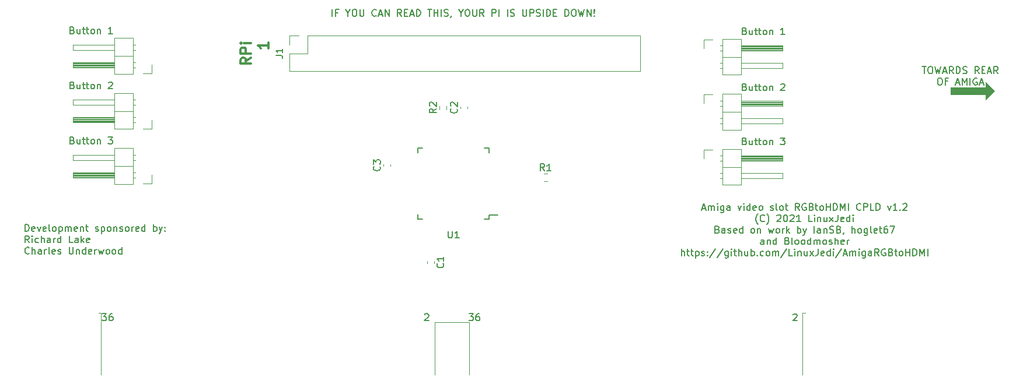
<source format=gbr>
G04 #@! TF.GenerationSoftware,KiCad,Pcbnew,5.1.9-2.fc34*
G04 #@! TF.CreationDate,2021-05-05T22:12:12+01:00*
G04 #@! TF.ProjectId,videoslotadapter,76696465-6f73-46c6-9f74-616461707465,rev?*
G04 #@! TF.SameCoordinates,Original*
G04 #@! TF.FileFunction,Legend,Top*
G04 #@! TF.FilePolarity,Positive*
%FSLAX46Y46*%
G04 Gerber Fmt 4.6, Leading zero omitted, Abs format (unit mm)*
G04 Created by KiCad (PCBNEW 5.1.9-2.fc34) date 2021-05-05 22:12:12*
%MOMM*%
%LPD*%
G01*
G04 APERTURE LIST*
%ADD10C,0.150000*%
%ADD11C,0.100000*%
%ADD12C,0.300000*%
%ADD13C,0.120000*%
G04 APERTURE END LIST*
D10*
X99395595Y-95322380D02*
X99395595Y-94322380D01*
X99633690Y-94322380D01*
X99776547Y-94370000D01*
X99871785Y-94465238D01*
X99919404Y-94560476D01*
X99967023Y-94750952D01*
X99967023Y-94893809D01*
X99919404Y-95084285D01*
X99871785Y-95179523D01*
X99776547Y-95274761D01*
X99633690Y-95322380D01*
X99395595Y-95322380D01*
X100776547Y-95274761D02*
X100681309Y-95322380D01*
X100490833Y-95322380D01*
X100395595Y-95274761D01*
X100347976Y-95179523D01*
X100347976Y-94798571D01*
X100395595Y-94703333D01*
X100490833Y-94655714D01*
X100681309Y-94655714D01*
X100776547Y-94703333D01*
X100824166Y-94798571D01*
X100824166Y-94893809D01*
X100347976Y-94989047D01*
X101157500Y-94655714D02*
X101395595Y-95322380D01*
X101633690Y-94655714D01*
X102395595Y-95274761D02*
X102300357Y-95322380D01*
X102109880Y-95322380D01*
X102014642Y-95274761D01*
X101967023Y-95179523D01*
X101967023Y-94798571D01*
X102014642Y-94703333D01*
X102109880Y-94655714D01*
X102300357Y-94655714D01*
X102395595Y-94703333D01*
X102443214Y-94798571D01*
X102443214Y-94893809D01*
X101967023Y-94989047D01*
X103014642Y-95322380D02*
X102919404Y-95274761D01*
X102871785Y-95179523D01*
X102871785Y-94322380D01*
X103538452Y-95322380D02*
X103443214Y-95274761D01*
X103395595Y-95227142D01*
X103347976Y-95131904D01*
X103347976Y-94846190D01*
X103395595Y-94750952D01*
X103443214Y-94703333D01*
X103538452Y-94655714D01*
X103681309Y-94655714D01*
X103776547Y-94703333D01*
X103824166Y-94750952D01*
X103871785Y-94846190D01*
X103871785Y-95131904D01*
X103824166Y-95227142D01*
X103776547Y-95274761D01*
X103681309Y-95322380D01*
X103538452Y-95322380D01*
X104300357Y-94655714D02*
X104300357Y-95655714D01*
X104300357Y-94703333D02*
X104395595Y-94655714D01*
X104586071Y-94655714D01*
X104681309Y-94703333D01*
X104728928Y-94750952D01*
X104776547Y-94846190D01*
X104776547Y-95131904D01*
X104728928Y-95227142D01*
X104681309Y-95274761D01*
X104586071Y-95322380D01*
X104395595Y-95322380D01*
X104300357Y-95274761D01*
X105205119Y-95322380D02*
X105205119Y-94655714D01*
X105205119Y-94750952D02*
X105252738Y-94703333D01*
X105347976Y-94655714D01*
X105490833Y-94655714D01*
X105586071Y-94703333D01*
X105633690Y-94798571D01*
X105633690Y-95322380D01*
X105633690Y-94798571D02*
X105681309Y-94703333D01*
X105776547Y-94655714D01*
X105919404Y-94655714D01*
X106014642Y-94703333D01*
X106062261Y-94798571D01*
X106062261Y-95322380D01*
X106919404Y-95274761D02*
X106824166Y-95322380D01*
X106633690Y-95322380D01*
X106538452Y-95274761D01*
X106490833Y-95179523D01*
X106490833Y-94798571D01*
X106538452Y-94703333D01*
X106633690Y-94655714D01*
X106824166Y-94655714D01*
X106919404Y-94703333D01*
X106967023Y-94798571D01*
X106967023Y-94893809D01*
X106490833Y-94989047D01*
X107395595Y-94655714D02*
X107395595Y-95322380D01*
X107395595Y-94750952D02*
X107443214Y-94703333D01*
X107538452Y-94655714D01*
X107681309Y-94655714D01*
X107776547Y-94703333D01*
X107824166Y-94798571D01*
X107824166Y-95322380D01*
X108157500Y-94655714D02*
X108538452Y-94655714D01*
X108300357Y-94322380D02*
X108300357Y-95179523D01*
X108347976Y-95274761D01*
X108443214Y-95322380D01*
X108538452Y-95322380D01*
X109586071Y-95274761D02*
X109681309Y-95322380D01*
X109871785Y-95322380D01*
X109967023Y-95274761D01*
X110014642Y-95179523D01*
X110014642Y-95131904D01*
X109967023Y-95036666D01*
X109871785Y-94989047D01*
X109728928Y-94989047D01*
X109633690Y-94941428D01*
X109586071Y-94846190D01*
X109586071Y-94798571D01*
X109633690Y-94703333D01*
X109728928Y-94655714D01*
X109871785Y-94655714D01*
X109967023Y-94703333D01*
X110443214Y-94655714D02*
X110443214Y-95655714D01*
X110443214Y-94703333D02*
X110538452Y-94655714D01*
X110728928Y-94655714D01*
X110824166Y-94703333D01*
X110871785Y-94750952D01*
X110919404Y-94846190D01*
X110919404Y-95131904D01*
X110871785Y-95227142D01*
X110824166Y-95274761D01*
X110728928Y-95322380D01*
X110538452Y-95322380D01*
X110443214Y-95274761D01*
X111490833Y-95322380D02*
X111395595Y-95274761D01*
X111347976Y-95227142D01*
X111300357Y-95131904D01*
X111300357Y-94846190D01*
X111347976Y-94750952D01*
X111395595Y-94703333D01*
X111490833Y-94655714D01*
X111633690Y-94655714D01*
X111728928Y-94703333D01*
X111776547Y-94750952D01*
X111824166Y-94846190D01*
X111824166Y-95131904D01*
X111776547Y-95227142D01*
X111728928Y-95274761D01*
X111633690Y-95322380D01*
X111490833Y-95322380D01*
X112252738Y-94655714D02*
X112252738Y-95322380D01*
X112252738Y-94750952D02*
X112300357Y-94703333D01*
X112395595Y-94655714D01*
X112538452Y-94655714D01*
X112633690Y-94703333D01*
X112681309Y-94798571D01*
X112681309Y-95322380D01*
X113109880Y-95274761D02*
X113205119Y-95322380D01*
X113395595Y-95322380D01*
X113490833Y-95274761D01*
X113538452Y-95179523D01*
X113538452Y-95131904D01*
X113490833Y-95036666D01*
X113395595Y-94989047D01*
X113252738Y-94989047D01*
X113157500Y-94941428D01*
X113109880Y-94846190D01*
X113109880Y-94798571D01*
X113157500Y-94703333D01*
X113252738Y-94655714D01*
X113395595Y-94655714D01*
X113490833Y-94703333D01*
X114109880Y-95322380D02*
X114014642Y-95274761D01*
X113967023Y-95227142D01*
X113919404Y-95131904D01*
X113919404Y-94846190D01*
X113967023Y-94750952D01*
X114014642Y-94703333D01*
X114109880Y-94655714D01*
X114252738Y-94655714D01*
X114347976Y-94703333D01*
X114395595Y-94750952D01*
X114443214Y-94846190D01*
X114443214Y-95131904D01*
X114395595Y-95227142D01*
X114347976Y-95274761D01*
X114252738Y-95322380D01*
X114109880Y-95322380D01*
X114871785Y-95322380D02*
X114871785Y-94655714D01*
X114871785Y-94846190D02*
X114919404Y-94750952D01*
X114967023Y-94703333D01*
X115062261Y-94655714D01*
X115157500Y-94655714D01*
X115871785Y-95274761D02*
X115776547Y-95322380D01*
X115586071Y-95322380D01*
X115490833Y-95274761D01*
X115443214Y-95179523D01*
X115443214Y-94798571D01*
X115490833Y-94703333D01*
X115586071Y-94655714D01*
X115776547Y-94655714D01*
X115871785Y-94703333D01*
X115919404Y-94798571D01*
X115919404Y-94893809D01*
X115443214Y-94989047D01*
X116776547Y-95322380D02*
X116776547Y-94322380D01*
X116776547Y-95274761D02*
X116681309Y-95322380D01*
X116490833Y-95322380D01*
X116395595Y-95274761D01*
X116347976Y-95227142D01*
X116300357Y-95131904D01*
X116300357Y-94846190D01*
X116347976Y-94750952D01*
X116395595Y-94703333D01*
X116490833Y-94655714D01*
X116681309Y-94655714D01*
X116776547Y-94703333D01*
X118014642Y-95322380D02*
X118014642Y-94322380D01*
X118014642Y-94703333D02*
X118109880Y-94655714D01*
X118300357Y-94655714D01*
X118395595Y-94703333D01*
X118443214Y-94750952D01*
X118490833Y-94846190D01*
X118490833Y-95131904D01*
X118443214Y-95227142D01*
X118395595Y-95274761D01*
X118300357Y-95322380D01*
X118109880Y-95322380D01*
X118014642Y-95274761D01*
X118824166Y-94655714D02*
X119062261Y-95322380D01*
X119300357Y-94655714D02*
X119062261Y-95322380D01*
X118967023Y-95560476D01*
X118919404Y-95608095D01*
X118824166Y-95655714D01*
X119681309Y-95227142D02*
X119728928Y-95274761D01*
X119681309Y-95322380D01*
X119633690Y-95274761D01*
X119681309Y-95227142D01*
X119681309Y-95322380D01*
X119681309Y-94703333D02*
X119728928Y-94750952D01*
X119681309Y-94798571D01*
X119633690Y-94750952D01*
X119681309Y-94703333D01*
X119681309Y-94798571D01*
X99967023Y-96972380D02*
X99633690Y-96496190D01*
X99395595Y-96972380D02*
X99395595Y-95972380D01*
X99776547Y-95972380D01*
X99871785Y-96020000D01*
X99919404Y-96067619D01*
X99967023Y-96162857D01*
X99967023Y-96305714D01*
X99919404Y-96400952D01*
X99871785Y-96448571D01*
X99776547Y-96496190D01*
X99395595Y-96496190D01*
X100395595Y-96972380D02*
X100395595Y-96305714D01*
X100395595Y-95972380D02*
X100347976Y-96020000D01*
X100395595Y-96067619D01*
X100443214Y-96020000D01*
X100395595Y-95972380D01*
X100395595Y-96067619D01*
X101300357Y-96924761D02*
X101205119Y-96972380D01*
X101014642Y-96972380D01*
X100919404Y-96924761D01*
X100871785Y-96877142D01*
X100824166Y-96781904D01*
X100824166Y-96496190D01*
X100871785Y-96400952D01*
X100919404Y-96353333D01*
X101014642Y-96305714D01*
X101205119Y-96305714D01*
X101300357Y-96353333D01*
X101728928Y-96972380D02*
X101728928Y-95972380D01*
X102157500Y-96972380D02*
X102157500Y-96448571D01*
X102109880Y-96353333D01*
X102014642Y-96305714D01*
X101871785Y-96305714D01*
X101776547Y-96353333D01*
X101728928Y-96400952D01*
X103062261Y-96972380D02*
X103062261Y-96448571D01*
X103014642Y-96353333D01*
X102919404Y-96305714D01*
X102728928Y-96305714D01*
X102633690Y-96353333D01*
X103062261Y-96924761D02*
X102967023Y-96972380D01*
X102728928Y-96972380D01*
X102633690Y-96924761D01*
X102586071Y-96829523D01*
X102586071Y-96734285D01*
X102633690Y-96639047D01*
X102728928Y-96591428D01*
X102967023Y-96591428D01*
X103062261Y-96543809D01*
X103538452Y-96972380D02*
X103538452Y-96305714D01*
X103538452Y-96496190D02*
X103586071Y-96400952D01*
X103633690Y-96353333D01*
X103728928Y-96305714D01*
X103824166Y-96305714D01*
X104586071Y-96972380D02*
X104586071Y-95972380D01*
X104586071Y-96924761D02*
X104490833Y-96972380D01*
X104300357Y-96972380D01*
X104205119Y-96924761D01*
X104157500Y-96877142D01*
X104109880Y-96781904D01*
X104109880Y-96496190D01*
X104157500Y-96400952D01*
X104205119Y-96353333D01*
X104300357Y-96305714D01*
X104490833Y-96305714D01*
X104586071Y-96353333D01*
X106300357Y-96972380D02*
X105824166Y-96972380D01*
X105824166Y-95972380D01*
X107062261Y-96972380D02*
X107062261Y-96448571D01*
X107014642Y-96353333D01*
X106919404Y-96305714D01*
X106728928Y-96305714D01*
X106633690Y-96353333D01*
X107062261Y-96924761D02*
X106967023Y-96972380D01*
X106728928Y-96972380D01*
X106633690Y-96924761D01*
X106586071Y-96829523D01*
X106586071Y-96734285D01*
X106633690Y-96639047D01*
X106728928Y-96591428D01*
X106967023Y-96591428D01*
X107062261Y-96543809D01*
X107538452Y-96972380D02*
X107538452Y-95972380D01*
X107633690Y-96591428D02*
X107919404Y-96972380D01*
X107919404Y-96305714D02*
X107538452Y-96686666D01*
X108728928Y-96924761D02*
X108633690Y-96972380D01*
X108443214Y-96972380D01*
X108347976Y-96924761D01*
X108300357Y-96829523D01*
X108300357Y-96448571D01*
X108347976Y-96353333D01*
X108443214Y-96305714D01*
X108633690Y-96305714D01*
X108728928Y-96353333D01*
X108776547Y-96448571D01*
X108776547Y-96543809D01*
X108300357Y-96639047D01*
X99967023Y-98527142D02*
X99919404Y-98574761D01*
X99776547Y-98622380D01*
X99681309Y-98622380D01*
X99538452Y-98574761D01*
X99443214Y-98479523D01*
X99395595Y-98384285D01*
X99347976Y-98193809D01*
X99347976Y-98050952D01*
X99395595Y-97860476D01*
X99443214Y-97765238D01*
X99538452Y-97670000D01*
X99681309Y-97622380D01*
X99776547Y-97622380D01*
X99919404Y-97670000D01*
X99967023Y-97717619D01*
X100395595Y-98622380D02*
X100395595Y-97622380D01*
X100824166Y-98622380D02*
X100824166Y-98098571D01*
X100776547Y-98003333D01*
X100681309Y-97955714D01*
X100538452Y-97955714D01*
X100443214Y-98003333D01*
X100395595Y-98050952D01*
X101728928Y-98622380D02*
X101728928Y-98098571D01*
X101681309Y-98003333D01*
X101586071Y-97955714D01*
X101395595Y-97955714D01*
X101300357Y-98003333D01*
X101728928Y-98574761D02*
X101633690Y-98622380D01*
X101395595Y-98622380D01*
X101300357Y-98574761D01*
X101252738Y-98479523D01*
X101252738Y-98384285D01*
X101300357Y-98289047D01*
X101395595Y-98241428D01*
X101633690Y-98241428D01*
X101728928Y-98193809D01*
X102205119Y-98622380D02*
X102205119Y-97955714D01*
X102205119Y-98146190D02*
X102252738Y-98050952D01*
X102300357Y-98003333D01*
X102395595Y-97955714D01*
X102490833Y-97955714D01*
X102967023Y-98622380D02*
X102871785Y-98574761D01*
X102824166Y-98479523D01*
X102824166Y-97622380D01*
X103728928Y-98574761D02*
X103633690Y-98622380D01*
X103443214Y-98622380D01*
X103347976Y-98574761D01*
X103300357Y-98479523D01*
X103300357Y-98098571D01*
X103347976Y-98003333D01*
X103443214Y-97955714D01*
X103633690Y-97955714D01*
X103728928Y-98003333D01*
X103776547Y-98098571D01*
X103776547Y-98193809D01*
X103300357Y-98289047D01*
X104157500Y-98574761D02*
X104252738Y-98622380D01*
X104443214Y-98622380D01*
X104538452Y-98574761D01*
X104586071Y-98479523D01*
X104586071Y-98431904D01*
X104538452Y-98336666D01*
X104443214Y-98289047D01*
X104300357Y-98289047D01*
X104205119Y-98241428D01*
X104157500Y-98146190D01*
X104157500Y-98098571D01*
X104205119Y-98003333D01*
X104300357Y-97955714D01*
X104443214Y-97955714D01*
X104538452Y-98003333D01*
X105776547Y-97622380D02*
X105776547Y-98431904D01*
X105824166Y-98527142D01*
X105871785Y-98574761D01*
X105967023Y-98622380D01*
X106157500Y-98622380D01*
X106252738Y-98574761D01*
X106300357Y-98527142D01*
X106347976Y-98431904D01*
X106347976Y-97622380D01*
X106824166Y-97955714D02*
X106824166Y-98622380D01*
X106824166Y-98050952D02*
X106871785Y-98003333D01*
X106967023Y-97955714D01*
X107109880Y-97955714D01*
X107205119Y-98003333D01*
X107252738Y-98098571D01*
X107252738Y-98622380D01*
X108157500Y-98622380D02*
X108157500Y-97622380D01*
X108157500Y-98574761D02*
X108062261Y-98622380D01*
X107871785Y-98622380D01*
X107776547Y-98574761D01*
X107728928Y-98527142D01*
X107681309Y-98431904D01*
X107681309Y-98146190D01*
X107728928Y-98050952D01*
X107776547Y-98003333D01*
X107871785Y-97955714D01*
X108062261Y-97955714D01*
X108157500Y-98003333D01*
X109014642Y-98574761D02*
X108919404Y-98622380D01*
X108728928Y-98622380D01*
X108633690Y-98574761D01*
X108586071Y-98479523D01*
X108586071Y-98098571D01*
X108633690Y-98003333D01*
X108728928Y-97955714D01*
X108919404Y-97955714D01*
X109014642Y-98003333D01*
X109062261Y-98098571D01*
X109062261Y-98193809D01*
X108586071Y-98289047D01*
X109490833Y-98622380D02*
X109490833Y-97955714D01*
X109490833Y-98146190D02*
X109538452Y-98050952D01*
X109586071Y-98003333D01*
X109681309Y-97955714D01*
X109776547Y-97955714D01*
X110014642Y-97955714D02*
X110205119Y-98622380D01*
X110395595Y-98146190D01*
X110586071Y-98622380D01*
X110776547Y-97955714D01*
X111300357Y-98622380D02*
X111205119Y-98574761D01*
X111157500Y-98527142D01*
X111109880Y-98431904D01*
X111109880Y-98146190D01*
X111157500Y-98050952D01*
X111205119Y-98003333D01*
X111300357Y-97955714D01*
X111443214Y-97955714D01*
X111538452Y-98003333D01*
X111586071Y-98050952D01*
X111633690Y-98146190D01*
X111633690Y-98431904D01*
X111586071Y-98527142D01*
X111538452Y-98574761D01*
X111443214Y-98622380D01*
X111300357Y-98622380D01*
X112205119Y-98622380D02*
X112109880Y-98574761D01*
X112062261Y-98527142D01*
X112014642Y-98431904D01*
X112014642Y-98146190D01*
X112062261Y-98050952D01*
X112109880Y-98003333D01*
X112205119Y-97955714D01*
X112347976Y-97955714D01*
X112443214Y-98003333D01*
X112490833Y-98050952D01*
X112538452Y-98146190D01*
X112538452Y-98431904D01*
X112490833Y-98527142D01*
X112443214Y-98574761D01*
X112347976Y-98622380D01*
X112205119Y-98622380D01*
X113395595Y-98622380D02*
X113395595Y-97622380D01*
X113395595Y-98574761D02*
X113300357Y-98622380D01*
X113109880Y-98622380D01*
X113014642Y-98574761D01*
X112967023Y-98527142D01*
X112919404Y-98431904D01*
X112919404Y-98146190D01*
X112967023Y-98050952D01*
X113014642Y-98003333D01*
X113109880Y-97955714D01*
X113300357Y-97955714D01*
X113395595Y-98003333D01*
X143941000Y-64079380D02*
X143941000Y-63079380D01*
X144750523Y-63555571D02*
X144417190Y-63555571D01*
X144417190Y-64079380D02*
X144417190Y-63079380D01*
X144893380Y-63079380D01*
X146226714Y-63603190D02*
X146226714Y-64079380D01*
X145893380Y-63079380D02*
X146226714Y-63603190D01*
X146560047Y-63079380D01*
X147083857Y-63079380D02*
X147274333Y-63079380D01*
X147369571Y-63127000D01*
X147464809Y-63222238D01*
X147512428Y-63412714D01*
X147512428Y-63746047D01*
X147464809Y-63936523D01*
X147369571Y-64031761D01*
X147274333Y-64079380D01*
X147083857Y-64079380D01*
X146988619Y-64031761D01*
X146893380Y-63936523D01*
X146845761Y-63746047D01*
X146845761Y-63412714D01*
X146893380Y-63222238D01*
X146988619Y-63127000D01*
X147083857Y-63079380D01*
X147941000Y-63079380D02*
X147941000Y-63888904D01*
X147988619Y-63984142D01*
X148036238Y-64031761D01*
X148131476Y-64079380D01*
X148321952Y-64079380D01*
X148417190Y-64031761D01*
X148464809Y-63984142D01*
X148512428Y-63888904D01*
X148512428Y-63079380D01*
X150321952Y-63984142D02*
X150274333Y-64031761D01*
X150131476Y-64079380D01*
X150036238Y-64079380D01*
X149893380Y-64031761D01*
X149798142Y-63936523D01*
X149750523Y-63841285D01*
X149702904Y-63650809D01*
X149702904Y-63507952D01*
X149750523Y-63317476D01*
X149798142Y-63222238D01*
X149893380Y-63127000D01*
X150036238Y-63079380D01*
X150131476Y-63079380D01*
X150274333Y-63127000D01*
X150321952Y-63174619D01*
X150702904Y-63793666D02*
X151179095Y-63793666D01*
X150607666Y-64079380D02*
X150941000Y-63079380D01*
X151274333Y-64079380D01*
X151607666Y-64079380D02*
X151607666Y-63079380D01*
X152179095Y-64079380D01*
X152179095Y-63079380D01*
X153988619Y-64079380D02*
X153655285Y-63603190D01*
X153417190Y-64079380D02*
X153417190Y-63079380D01*
X153798142Y-63079380D01*
X153893380Y-63127000D01*
X153941000Y-63174619D01*
X153988619Y-63269857D01*
X153988619Y-63412714D01*
X153941000Y-63507952D01*
X153893380Y-63555571D01*
X153798142Y-63603190D01*
X153417190Y-63603190D01*
X154417190Y-63555571D02*
X154750523Y-63555571D01*
X154893380Y-64079380D02*
X154417190Y-64079380D01*
X154417190Y-63079380D01*
X154893380Y-63079380D01*
X155274333Y-63793666D02*
X155750523Y-63793666D01*
X155179095Y-64079380D02*
X155512428Y-63079380D01*
X155845761Y-64079380D01*
X156179095Y-64079380D02*
X156179095Y-63079380D01*
X156417190Y-63079380D01*
X156560047Y-63127000D01*
X156655285Y-63222238D01*
X156702904Y-63317476D01*
X156750523Y-63507952D01*
X156750523Y-63650809D01*
X156702904Y-63841285D01*
X156655285Y-63936523D01*
X156560047Y-64031761D01*
X156417190Y-64079380D01*
X156179095Y-64079380D01*
X157798142Y-63079380D02*
X158369571Y-63079380D01*
X158083857Y-64079380D02*
X158083857Y-63079380D01*
X158702904Y-64079380D02*
X158702904Y-63079380D01*
X158702904Y-63555571D02*
X159274333Y-63555571D01*
X159274333Y-64079380D02*
X159274333Y-63079380D01*
X159750523Y-64079380D02*
X159750523Y-63079380D01*
X160179095Y-64031761D02*
X160321952Y-64079380D01*
X160560047Y-64079380D01*
X160655285Y-64031761D01*
X160702904Y-63984142D01*
X160750523Y-63888904D01*
X160750523Y-63793666D01*
X160702904Y-63698428D01*
X160655285Y-63650809D01*
X160560047Y-63603190D01*
X160369571Y-63555571D01*
X160274333Y-63507952D01*
X160226714Y-63460333D01*
X160179095Y-63365095D01*
X160179095Y-63269857D01*
X160226714Y-63174619D01*
X160274333Y-63127000D01*
X160369571Y-63079380D01*
X160607666Y-63079380D01*
X160750523Y-63127000D01*
X161226714Y-64031761D02*
X161226714Y-64079380D01*
X161179095Y-64174619D01*
X161131476Y-64222238D01*
X162607666Y-63603190D02*
X162607666Y-64079380D01*
X162274333Y-63079380D02*
X162607666Y-63603190D01*
X162941000Y-63079380D01*
X163464809Y-63079380D02*
X163655285Y-63079380D01*
X163750523Y-63127000D01*
X163845761Y-63222238D01*
X163893380Y-63412714D01*
X163893380Y-63746047D01*
X163845761Y-63936523D01*
X163750523Y-64031761D01*
X163655285Y-64079380D01*
X163464809Y-64079380D01*
X163369571Y-64031761D01*
X163274333Y-63936523D01*
X163226714Y-63746047D01*
X163226714Y-63412714D01*
X163274333Y-63222238D01*
X163369571Y-63127000D01*
X163464809Y-63079380D01*
X164321952Y-63079380D02*
X164321952Y-63888904D01*
X164369571Y-63984142D01*
X164417190Y-64031761D01*
X164512428Y-64079380D01*
X164702904Y-64079380D01*
X164798142Y-64031761D01*
X164845761Y-63984142D01*
X164893380Y-63888904D01*
X164893380Y-63079380D01*
X165941000Y-64079380D02*
X165607666Y-63603190D01*
X165369571Y-64079380D02*
X165369571Y-63079380D01*
X165750523Y-63079380D01*
X165845761Y-63127000D01*
X165893380Y-63174619D01*
X165941000Y-63269857D01*
X165941000Y-63412714D01*
X165893380Y-63507952D01*
X165845761Y-63555571D01*
X165750523Y-63603190D01*
X165369571Y-63603190D01*
X167131476Y-64079380D02*
X167131476Y-63079380D01*
X167512428Y-63079380D01*
X167607666Y-63127000D01*
X167655285Y-63174619D01*
X167702904Y-63269857D01*
X167702904Y-63412714D01*
X167655285Y-63507952D01*
X167607666Y-63555571D01*
X167512428Y-63603190D01*
X167131476Y-63603190D01*
X168131476Y-64079380D02*
X168131476Y-63079380D01*
X169369571Y-64079380D02*
X169369571Y-63079380D01*
X169798142Y-64031761D02*
X169941000Y-64079380D01*
X170179095Y-64079380D01*
X170274333Y-64031761D01*
X170321952Y-63984142D01*
X170369571Y-63888904D01*
X170369571Y-63793666D01*
X170321952Y-63698428D01*
X170274333Y-63650809D01*
X170179095Y-63603190D01*
X169988619Y-63555571D01*
X169893380Y-63507952D01*
X169845761Y-63460333D01*
X169798142Y-63365095D01*
X169798142Y-63269857D01*
X169845761Y-63174619D01*
X169893380Y-63127000D01*
X169988619Y-63079380D01*
X170226714Y-63079380D01*
X170369571Y-63127000D01*
X171560047Y-63079380D02*
X171560047Y-63888904D01*
X171607666Y-63984142D01*
X171655285Y-64031761D01*
X171750523Y-64079380D01*
X171941000Y-64079380D01*
X172036238Y-64031761D01*
X172083857Y-63984142D01*
X172131476Y-63888904D01*
X172131476Y-63079380D01*
X172607666Y-64079380D02*
X172607666Y-63079380D01*
X172988619Y-63079380D01*
X173083857Y-63127000D01*
X173131476Y-63174619D01*
X173179095Y-63269857D01*
X173179095Y-63412714D01*
X173131476Y-63507952D01*
X173083857Y-63555571D01*
X172988619Y-63603190D01*
X172607666Y-63603190D01*
X173560047Y-64031761D02*
X173702904Y-64079380D01*
X173941000Y-64079380D01*
X174036238Y-64031761D01*
X174083857Y-63984142D01*
X174131476Y-63888904D01*
X174131476Y-63793666D01*
X174083857Y-63698428D01*
X174036238Y-63650809D01*
X173941000Y-63603190D01*
X173750523Y-63555571D01*
X173655285Y-63507952D01*
X173607666Y-63460333D01*
X173560047Y-63365095D01*
X173560047Y-63269857D01*
X173607666Y-63174619D01*
X173655285Y-63127000D01*
X173750523Y-63079380D01*
X173988619Y-63079380D01*
X174131476Y-63127000D01*
X174560047Y-64079380D02*
X174560047Y-63079380D01*
X175036238Y-64079380D02*
X175036238Y-63079380D01*
X175274333Y-63079380D01*
X175417190Y-63127000D01*
X175512428Y-63222238D01*
X175560047Y-63317476D01*
X175607666Y-63507952D01*
X175607666Y-63650809D01*
X175560047Y-63841285D01*
X175512428Y-63936523D01*
X175417190Y-64031761D01*
X175274333Y-64079380D01*
X175036238Y-64079380D01*
X176036238Y-63555571D02*
X176369571Y-63555571D01*
X176512428Y-64079380D02*
X176036238Y-64079380D01*
X176036238Y-63079380D01*
X176512428Y-63079380D01*
X177702904Y-64079380D02*
X177702904Y-63079380D01*
X177941000Y-63079380D01*
X178083857Y-63127000D01*
X178179095Y-63222238D01*
X178226714Y-63317476D01*
X178274333Y-63507952D01*
X178274333Y-63650809D01*
X178226714Y-63841285D01*
X178179095Y-63936523D01*
X178083857Y-64031761D01*
X177941000Y-64079380D01*
X177702904Y-64079380D01*
X178893380Y-63079380D02*
X179083857Y-63079380D01*
X179179095Y-63127000D01*
X179274333Y-63222238D01*
X179321952Y-63412714D01*
X179321952Y-63746047D01*
X179274333Y-63936523D01*
X179179095Y-64031761D01*
X179083857Y-64079380D01*
X178893380Y-64079380D01*
X178798142Y-64031761D01*
X178702904Y-63936523D01*
X178655285Y-63746047D01*
X178655285Y-63412714D01*
X178702904Y-63222238D01*
X178798142Y-63127000D01*
X178893380Y-63079380D01*
X179655285Y-63079380D02*
X179893380Y-64079380D01*
X180083857Y-63365095D01*
X180274333Y-64079380D01*
X180512428Y-63079380D01*
X180893380Y-64079380D02*
X180893380Y-63079380D01*
X181464809Y-64079380D01*
X181464809Y-63079380D01*
X181941000Y-63984142D02*
X181988619Y-64031761D01*
X181941000Y-64079380D01*
X181893380Y-64031761D01*
X181941000Y-63984142D01*
X181941000Y-64079380D01*
X181941000Y-63698428D02*
X181893380Y-63127000D01*
X181941000Y-63079380D01*
X181988619Y-63127000D01*
X181941000Y-63698428D01*
X181941000Y-63079380D01*
X229529380Y-71398380D02*
X230100809Y-71398380D01*
X229815095Y-72398380D02*
X229815095Y-71398380D01*
X230624619Y-71398380D02*
X230815095Y-71398380D01*
X230910333Y-71446000D01*
X231005571Y-71541238D01*
X231053190Y-71731714D01*
X231053190Y-72065047D01*
X231005571Y-72255523D01*
X230910333Y-72350761D01*
X230815095Y-72398380D01*
X230624619Y-72398380D01*
X230529380Y-72350761D01*
X230434142Y-72255523D01*
X230386523Y-72065047D01*
X230386523Y-71731714D01*
X230434142Y-71541238D01*
X230529380Y-71446000D01*
X230624619Y-71398380D01*
X231386523Y-71398380D02*
X231624619Y-72398380D01*
X231815095Y-71684095D01*
X232005571Y-72398380D01*
X232243666Y-71398380D01*
X232577000Y-72112666D02*
X233053190Y-72112666D01*
X232481761Y-72398380D02*
X232815095Y-71398380D01*
X233148428Y-72398380D01*
X234053190Y-72398380D02*
X233719857Y-71922190D01*
X233481761Y-72398380D02*
X233481761Y-71398380D01*
X233862714Y-71398380D01*
X233957952Y-71446000D01*
X234005571Y-71493619D01*
X234053190Y-71588857D01*
X234053190Y-71731714D01*
X234005571Y-71826952D01*
X233957952Y-71874571D01*
X233862714Y-71922190D01*
X233481761Y-71922190D01*
X234481761Y-72398380D02*
X234481761Y-71398380D01*
X234719857Y-71398380D01*
X234862714Y-71446000D01*
X234957952Y-71541238D01*
X235005571Y-71636476D01*
X235053190Y-71826952D01*
X235053190Y-71969809D01*
X235005571Y-72160285D01*
X234957952Y-72255523D01*
X234862714Y-72350761D01*
X234719857Y-72398380D01*
X234481761Y-72398380D01*
X235434142Y-72350761D02*
X235577000Y-72398380D01*
X235815095Y-72398380D01*
X235910333Y-72350761D01*
X235957952Y-72303142D01*
X236005571Y-72207904D01*
X236005571Y-72112666D01*
X235957952Y-72017428D01*
X235910333Y-71969809D01*
X235815095Y-71922190D01*
X235624619Y-71874571D01*
X235529380Y-71826952D01*
X235481761Y-71779333D01*
X235434142Y-71684095D01*
X235434142Y-71588857D01*
X235481761Y-71493619D01*
X235529380Y-71446000D01*
X235624619Y-71398380D01*
X235862714Y-71398380D01*
X236005571Y-71446000D01*
X237767476Y-72398380D02*
X237434142Y-71922190D01*
X237196047Y-72398380D02*
X237196047Y-71398380D01*
X237577000Y-71398380D01*
X237672238Y-71446000D01*
X237719857Y-71493619D01*
X237767476Y-71588857D01*
X237767476Y-71731714D01*
X237719857Y-71826952D01*
X237672238Y-71874571D01*
X237577000Y-71922190D01*
X237196047Y-71922190D01*
X238196047Y-71874571D02*
X238529380Y-71874571D01*
X238672238Y-72398380D02*
X238196047Y-72398380D01*
X238196047Y-71398380D01*
X238672238Y-71398380D01*
X239053190Y-72112666D02*
X239529380Y-72112666D01*
X238957952Y-72398380D02*
X239291285Y-71398380D01*
X239624619Y-72398380D01*
X240529380Y-72398380D02*
X240196047Y-71922190D01*
X239957952Y-72398380D02*
X239957952Y-71398380D01*
X240338904Y-71398380D01*
X240434142Y-71446000D01*
X240481761Y-71493619D01*
X240529380Y-71588857D01*
X240529380Y-71731714D01*
X240481761Y-71826952D01*
X240434142Y-71874571D01*
X240338904Y-71922190D01*
X239957952Y-71922190D01*
X232005571Y-73048380D02*
X232196047Y-73048380D01*
X232291285Y-73096000D01*
X232386523Y-73191238D01*
X232434142Y-73381714D01*
X232434142Y-73715047D01*
X232386523Y-73905523D01*
X232291285Y-74000761D01*
X232196047Y-74048380D01*
X232005571Y-74048380D01*
X231910333Y-74000761D01*
X231815095Y-73905523D01*
X231767476Y-73715047D01*
X231767476Y-73381714D01*
X231815095Y-73191238D01*
X231910333Y-73096000D01*
X232005571Y-73048380D01*
X233196047Y-73524571D02*
X232862714Y-73524571D01*
X232862714Y-74048380D02*
X232862714Y-73048380D01*
X233338904Y-73048380D01*
X234434142Y-73762666D02*
X234910333Y-73762666D01*
X234338904Y-74048380D02*
X234672238Y-73048380D01*
X235005571Y-74048380D01*
X235338904Y-74048380D02*
X235338904Y-73048380D01*
X235672238Y-73762666D01*
X236005571Y-73048380D01*
X236005571Y-74048380D01*
X236481761Y-74048380D02*
X236481761Y-73048380D01*
X237481761Y-73096000D02*
X237386523Y-73048380D01*
X237243666Y-73048380D01*
X237100809Y-73096000D01*
X237005571Y-73191238D01*
X236957952Y-73286476D01*
X236910333Y-73476952D01*
X236910333Y-73619809D01*
X236957952Y-73810285D01*
X237005571Y-73905523D01*
X237100809Y-74000761D01*
X237243666Y-74048380D01*
X237338904Y-74048380D01*
X237481761Y-74000761D01*
X237529380Y-73953142D01*
X237529380Y-73619809D01*
X237338904Y-73619809D01*
X237910333Y-73762666D02*
X238386523Y-73762666D01*
X237815095Y-74048380D02*
X238148428Y-73048380D01*
X238481761Y-74048380D01*
D11*
G36*
X238760000Y-75438000D02*
G01*
X233680000Y-75438000D01*
X233680000Y-74422000D01*
X238760000Y-74422000D01*
X238760000Y-75438000D01*
G37*
X238760000Y-75438000D02*
X233680000Y-75438000D01*
X233680000Y-74422000D01*
X238760000Y-74422000D01*
X238760000Y-75438000D01*
G36*
X240030000Y-74930000D02*
G01*
X238760000Y-76200000D01*
X238760000Y-73660000D01*
X240030000Y-74930000D01*
G37*
X240030000Y-74930000D02*
X238760000Y-76200000D01*
X238760000Y-73660000D01*
X240030000Y-74930000D01*
D10*
X203787714Y-82224571D02*
X203930571Y-82272190D01*
X203978190Y-82319809D01*
X204025809Y-82415047D01*
X204025809Y-82557904D01*
X203978190Y-82653142D01*
X203930571Y-82700761D01*
X203835333Y-82748380D01*
X203454380Y-82748380D01*
X203454380Y-81748380D01*
X203787714Y-81748380D01*
X203882952Y-81796000D01*
X203930571Y-81843619D01*
X203978190Y-81938857D01*
X203978190Y-82034095D01*
X203930571Y-82129333D01*
X203882952Y-82176952D01*
X203787714Y-82224571D01*
X203454380Y-82224571D01*
X204882952Y-82081714D02*
X204882952Y-82748380D01*
X204454380Y-82081714D02*
X204454380Y-82605523D01*
X204502000Y-82700761D01*
X204597238Y-82748380D01*
X204740095Y-82748380D01*
X204835333Y-82700761D01*
X204882952Y-82653142D01*
X205216285Y-82081714D02*
X205597238Y-82081714D01*
X205359142Y-81748380D02*
X205359142Y-82605523D01*
X205406761Y-82700761D01*
X205502000Y-82748380D01*
X205597238Y-82748380D01*
X205787714Y-82081714D02*
X206168666Y-82081714D01*
X205930571Y-81748380D02*
X205930571Y-82605523D01*
X205978190Y-82700761D01*
X206073428Y-82748380D01*
X206168666Y-82748380D01*
X206644857Y-82748380D02*
X206549619Y-82700761D01*
X206502000Y-82653142D01*
X206454380Y-82557904D01*
X206454380Y-82272190D01*
X206502000Y-82176952D01*
X206549619Y-82129333D01*
X206644857Y-82081714D01*
X206787714Y-82081714D01*
X206882952Y-82129333D01*
X206930571Y-82176952D01*
X206978190Y-82272190D01*
X206978190Y-82557904D01*
X206930571Y-82653142D01*
X206882952Y-82700761D01*
X206787714Y-82748380D01*
X206644857Y-82748380D01*
X207406761Y-82081714D02*
X207406761Y-82748380D01*
X207406761Y-82176952D02*
X207454380Y-82129333D01*
X207549619Y-82081714D01*
X207692476Y-82081714D01*
X207787714Y-82129333D01*
X207835333Y-82224571D01*
X207835333Y-82748380D01*
X208978190Y-81748380D02*
X209597238Y-81748380D01*
X209263904Y-82129333D01*
X209406761Y-82129333D01*
X209502000Y-82176952D01*
X209549619Y-82224571D01*
X209597238Y-82319809D01*
X209597238Y-82557904D01*
X209549619Y-82653142D01*
X209502000Y-82700761D01*
X209406761Y-82748380D01*
X209121047Y-82748380D01*
X209025809Y-82700761D01*
X208978190Y-82653142D01*
X203787714Y-74350571D02*
X203930571Y-74398190D01*
X203978190Y-74445809D01*
X204025809Y-74541047D01*
X204025809Y-74683904D01*
X203978190Y-74779142D01*
X203930571Y-74826761D01*
X203835333Y-74874380D01*
X203454380Y-74874380D01*
X203454380Y-73874380D01*
X203787714Y-73874380D01*
X203882952Y-73922000D01*
X203930571Y-73969619D01*
X203978190Y-74064857D01*
X203978190Y-74160095D01*
X203930571Y-74255333D01*
X203882952Y-74302952D01*
X203787714Y-74350571D01*
X203454380Y-74350571D01*
X204882952Y-74207714D02*
X204882952Y-74874380D01*
X204454380Y-74207714D02*
X204454380Y-74731523D01*
X204502000Y-74826761D01*
X204597238Y-74874380D01*
X204740095Y-74874380D01*
X204835333Y-74826761D01*
X204882952Y-74779142D01*
X205216285Y-74207714D02*
X205597238Y-74207714D01*
X205359142Y-73874380D02*
X205359142Y-74731523D01*
X205406761Y-74826761D01*
X205502000Y-74874380D01*
X205597238Y-74874380D01*
X205787714Y-74207714D02*
X206168666Y-74207714D01*
X205930571Y-73874380D02*
X205930571Y-74731523D01*
X205978190Y-74826761D01*
X206073428Y-74874380D01*
X206168666Y-74874380D01*
X206644857Y-74874380D02*
X206549619Y-74826761D01*
X206502000Y-74779142D01*
X206454380Y-74683904D01*
X206454380Y-74398190D01*
X206502000Y-74302952D01*
X206549619Y-74255333D01*
X206644857Y-74207714D01*
X206787714Y-74207714D01*
X206882952Y-74255333D01*
X206930571Y-74302952D01*
X206978190Y-74398190D01*
X206978190Y-74683904D01*
X206930571Y-74779142D01*
X206882952Y-74826761D01*
X206787714Y-74874380D01*
X206644857Y-74874380D01*
X207406761Y-74207714D02*
X207406761Y-74874380D01*
X207406761Y-74302952D02*
X207454380Y-74255333D01*
X207549619Y-74207714D01*
X207692476Y-74207714D01*
X207787714Y-74255333D01*
X207835333Y-74350571D01*
X207835333Y-74874380D01*
X209025809Y-73969619D02*
X209073428Y-73922000D01*
X209168666Y-73874380D01*
X209406761Y-73874380D01*
X209502000Y-73922000D01*
X209549619Y-73969619D01*
X209597238Y-74064857D01*
X209597238Y-74160095D01*
X209549619Y-74302952D01*
X208978190Y-74874380D01*
X209597238Y-74874380D01*
X106251714Y-82097571D02*
X106394571Y-82145190D01*
X106442190Y-82192809D01*
X106489809Y-82288047D01*
X106489809Y-82430904D01*
X106442190Y-82526142D01*
X106394571Y-82573761D01*
X106299333Y-82621380D01*
X105918380Y-82621380D01*
X105918380Y-81621380D01*
X106251714Y-81621380D01*
X106346952Y-81669000D01*
X106394571Y-81716619D01*
X106442190Y-81811857D01*
X106442190Y-81907095D01*
X106394571Y-82002333D01*
X106346952Y-82049952D01*
X106251714Y-82097571D01*
X105918380Y-82097571D01*
X107346952Y-81954714D02*
X107346952Y-82621380D01*
X106918380Y-81954714D02*
X106918380Y-82478523D01*
X106966000Y-82573761D01*
X107061238Y-82621380D01*
X107204095Y-82621380D01*
X107299333Y-82573761D01*
X107346952Y-82526142D01*
X107680285Y-81954714D02*
X108061238Y-81954714D01*
X107823142Y-81621380D02*
X107823142Y-82478523D01*
X107870761Y-82573761D01*
X107966000Y-82621380D01*
X108061238Y-82621380D01*
X108251714Y-81954714D02*
X108632666Y-81954714D01*
X108394571Y-81621380D02*
X108394571Y-82478523D01*
X108442190Y-82573761D01*
X108537428Y-82621380D01*
X108632666Y-82621380D01*
X109108857Y-82621380D02*
X109013619Y-82573761D01*
X108966000Y-82526142D01*
X108918380Y-82430904D01*
X108918380Y-82145190D01*
X108966000Y-82049952D01*
X109013619Y-82002333D01*
X109108857Y-81954714D01*
X109251714Y-81954714D01*
X109346952Y-82002333D01*
X109394571Y-82049952D01*
X109442190Y-82145190D01*
X109442190Y-82430904D01*
X109394571Y-82526142D01*
X109346952Y-82573761D01*
X109251714Y-82621380D01*
X109108857Y-82621380D01*
X109870761Y-81954714D02*
X109870761Y-82621380D01*
X109870761Y-82049952D02*
X109918380Y-82002333D01*
X110013619Y-81954714D01*
X110156476Y-81954714D01*
X110251714Y-82002333D01*
X110299333Y-82097571D01*
X110299333Y-82621380D01*
X111442190Y-81621380D02*
X112061238Y-81621380D01*
X111727904Y-82002333D01*
X111870761Y-82002333D01*
X111966000Y-82049952D01*
X112013619Y-82097571D01*
X112061238Y-82192809D01*
X112061238Y-82430904D01*
X112013619Y-82526142D01*
X111966000Y-82573761D01*
X111870761Y-82621380D01*
X111585047Y-82621380D01*
X111489809Y-82573761D01*
X111442190Y-82526142D01*
X106251714Y-74096571D02*
X106394571Y-74144190D01*
X106442190Y-74191809D01*
X106489809Y-74287047D01*
X106489809Y-74429904D01*
X106442190Y-74525142D01*
X106394571Y-74572761D01*
X106299333Y-74620380D01*
X105918380Y-74620380D01*
X105918380Y-73620380D01*
X106251714Y-73620380D01*
X106346952Y-73668000D01*
X106394571Y-73715619D01*
X106442190Y-73810857D01*
X106442190Y-73906095D01*
X106394571Y-74001333D01*
X106346952Y-74048952D01*
X106251714Y-74096571D01*
X105918380Y-74096571D01*
X107346952Y-73953714D02*
X107346952Y-74620380D01*
X106918380Y-73953714D02*
X106918380Y-74477523D01*
X106966000Y-74572761D01*
X107061238Y-74620380D01*
X107204095Y-74620380D01*
X107299333Y-74572761D01*
X107346952Y-74525142D01*
X107680285Y-73953714D02*
X108061238Y-73953714D01*
X107823142Y-73620380D02*
X107823142Y-74477523D01*
X107870761Y-74572761D01*
X107966000Y-74620380D01*
X108061238Y-74620380D01*
X108251714Y-73953714D02*
X108632666Y-73953714D01*
X108394571Y-73620380D02*
X108394571Y-74477523D01*
X108442190Y-74572761D01*
X108537428Y-74620380D01*
X108632666Y-74620380D01*
X109108857Y-74620380D02*
X109013619Y-74572761D01*
X108966000Y-74525142D01*
X108918380Y-74429904D01*
X108918380Y-74144190D01*
X108966000Y-74048952D01*
X109013619Y-74001333D01*
X109108857Y-73953714D01*
X109251714Y-73953714D01*
X109346952Y-74001333D01*
X109394571Y-74048952D01*
X109442190Y-74144190D01*
X109442190Y-74429904D01*
X109394571Y-74525142D01*
X109346952Y-74572761D01*
X109251714Y-74620380D01*
X109108857Y-74620380D01*
X109870761Y-73953714D02*
X109870761Y-74620380D01*
X109870761Y-74048952D02*
X109918380Y-74001333D01*
X110013619Y-73953714D01*
X110156476Y-73953714D01*
X110251714Y-74001333D01*
X110299333Y-74096571D01*
X110299333Y-74620380D01*
X111489809Y-73715619D02*
X111537428Y-73668000D01*
X111632666Y-73620380D01*
X111870761Y-73620380D01*
X111966000Y-73668000D01*
X112013619Y-73715619D01*
X112061238Y-73810857D01*
X112061238Y-73906095D01*
X112013619Y-74048952D01*
X111442190Y-74620380D01*
X112061238Y-74620380D01*
X106251714Y-66095571D02*
X106394571Y-66143190D01*
X106442190Y-66190809D01*
X106489809Y-66286047D01*
X106489809Y-66428904D01*
X106442190Y-66524142D01*
X106394571Y-66571761D01*
X106299333Y-66619380D01*
X105918380Y-66619380D01*
X105918380Y-65619380D01*
X106251714Y-65619380D01*
X106346952Y-65667000D01*
X106394571Y-65714619D01*
X106442190Y-65809857D01*
X106442190Y-65905095D01*
X106394571Y-66000333D01*
X106346952Y-66047952D01*
X106251714Y-66095571D01*
X105918380Y-66095571D01*
X107346952Y-65952714D02*
X107346952Y-66619380D01*
X106918380Y-65952714D02*
X106918380Y-66476523D01*
X106966000Y-66571761D01*
X107061238Y-66619380D01*
X107204095Y-66619380D01*
X107299333Y-66571761D01*
X107346952Y-66524142D01*
X107680285Y-65952714D02*
X108061238Y-65952714D01*
X107823142Y-65619380D02*
X107823142Y-66476523D01*
X107870761Y-66571761D01*
X107966000Y-66619380D01*
X108061238Y-66619380D01*
X108251714Y-65952714D02*
X108632666Y-65952714D01*
X108394571Y-65619380D02*
X108394571Y-66476523D01*
X108442190Y-66571761D01*
X108537428Y-66619380D01*
X108632666Y-66619380D01*
X109108857Y-66619380D02*
X109013619Y-66571761D01*
X108966000Y-66524142D01*
X108918380Y-66428904D01*
X108918380Y-66143190D01*
X108966000Y-66047952D01*
X109013619Y-66000333D01*
X109108857Y-65952714D01*
X109251714Y-65952714D01*
X109346952Y-66000333D01*
X109394571Y-66047952D01*
X109442190Y-66143190D01*
X109442190Y-66428904D01*
X109394571Y-66524142D01*
X109346952Y-66571761D01*
X109251714Y-66619380D01*
X109108857Y-66619380D01*
X109870761Y-65952714D02*
X109870761Y-66619380D01*
X109870761Y-66047952D02*
X109918380Y-66000333D01*
X110013619Y-65952714D01*
X110156476Y-65952714D01*
X110251714Y-66000333D01*
X110299333Y-66095571D01*
X110299333Y-66619380D01*
X112061238Y-66619380D02*
X111489809Y-66619380D01*
X111775523Y-66619380D02*
X111775523Y-65619380D01*
X111680285Y-65762238D01*
X111585047Y-65857476D01*
X111489809Y-65905095D01*
X203787714Y-66222571D02*
X203930571Y-66270190D01*
X203978190Y-66317809D01*
X204025809Y-66413047D01*
X204025809Y-66555904D01*
X203978190Y-66651142D01*
X203930571Y-66698761D01*
X203835333Y-66746380D01*
X203454380Y-66746380D01*
X203454380Y-65746380D01*
X203787714Y-65746380D01*
X203882952Y-65794000D01*
X203930571Y-65841619D01*
X203978190Y-65936857D01*
X203978190Y-66032095D01*
X203930571Y-66127333D01*
X203882952Y-66174952D01*
X203787714Y-66222571D01*
X203454380Y-66222571D01*
X204882952Y-66079714D02*
X204882952Y-66746380D01*
X204454380Y-66079714D02*
X204454380Y-66603523D01*
X204502000Y-66698761D01*
X204597238Y-66746380D01*
X204740095Y-66746380D01*
X204835333Y-66698761D01*
X204882952Y-66651142D01*
X205216285Y-66079714D02*
X205597238Y-66079714D01*
X205359142Y-65746380D02*
X205359142Y-66603523D01*
X205406761Y-66698761D01*
X205502000Y-66746380D01*
X205597238Y-66746380D01*
X205787714Y-66079714D02*
X206168666Y-66079714D01*
X205930571Y-65746380D02*
X205930571Y-66603523D01*
X205978190Y-66698761D01*
X206073428Y-66746380D01*
X206168666Y-66746380D01*
X206644857Y-66746380D02*
X206549619Y-66698761D01*
X206502000Y-66651142D01*
X206454380Y-66555904D01*
X206454380Y-66270190D01*
X206502000Y-66174952D01*
X206549619Y-66127333D01*
X206644857Y-66079714D01*
X206787714Y-66079714D01*
X206882952Y-66127333D01*
X206930571Y-66174952D01*
X206978190Y-66270190D01*
X206978190Y-66555904D01*
X206930571Y-66651142D01*
X206882952Y-66698761D01*
X206787714Y-66746380D01*
X206644857Y-66746380D01*
X207406761Y-66079714D02*
X207406761Y-66746380D01*
X207406761Y-66174952D02*
X207454380Y-66127333D01*
X207549619Y-66079714D01*
X207692476Y-66079714D01*
X207787714Y-66127333D01*
X207835333Y-66222571D01*
X207835333Y-66746380D01*
X209597238Y-66746380D02*
X209025809Y-66746380D01*
X209311523Y-66746380D02*
X209311523Y-65746380D01*
X209216285Y-65889238D01*
X209121047Y-65984476D01*
X209025809Y-66032095D01*
X197613857Y-91989666D02*
X198090047Y-91989666D01*
X197518619Y-92275380D02*
X197851952Y-91275380D01*
X198185285Y-92275380D01*
X198518619Y-92275380D02*
X198518619Y-91608714D01*
X198518619Y-91703952D02*
X198566238Y-91656333D01*
X198661476Y-91608714D01*
X198804333Y-91608714D01*
X198899571Y-91656333D01*
X198947190Y-91751571D01*
X198947190Y-92275380D01*
X198947190Y-91751571D02*
X198994809Y-91656333D01*
X199090047Y-91608714D01*
X199232904Y-91608714D01*
X199328142Y-91656333D01*
X199375761Y-91751571D01*
X199375761Y-92275380D01*
X199851952Y-92275380D02*
X199851952Y-91608714D01*
X199851952Y-91275380D02*
X199804333Y-91323000D01*
X199851952Y-91370619D01*
X199899571Y-91323000D01*
X199851952Y-91275380D01*
X199851952Y-91370619D01*
X200756714Y-91608714D02*
X200756714Y-92418238D01*
X200709095Y-92513476D01*
X200661476Y-92561095D01*
X200566238Y-92608714D01*
X200423380Y-92608714D01*
X200328142Y-92561095D01*
X200756714Y-92227761D02*
X200661476Y-92275380D01*
X200471000Y-92275380D01*
X200375761Y-92227761D01*
X200328142Y-92180142D01*
X200280523Y-92084904D01*
X200280523Y-91799190D01*
X200328142Y-91703952D01*
X200375761Y-91656333D01*
X200471000Y-91608714D01*
X200661476Y-91608714D01*
X200756714Y-91656333D01*
X201661476Y-92275380D02*
X201661476Y-91751571D01*
X201613857Y-91656333D01*
X201518619Y-91608714D01*
X201328142Y-91608714D01*
X201232904Y-91656333D01*
X201661476Y-92227761D02*
X201566238Y-92275380D01*
X201328142Y-92275380D01*
X201232904Y-92227761D01*
X201185285Y-92132523D01*
X201185285Y-92037285D01*
X201232904Y-91942047D01*
X201328142Y-91894428D01*
X201566238Y-91894428D01*
X201661476Y-91846809D01*
X202804333Y-91608714D02*
X203042428Y-92275380D01*
X203280523Y-91608714D01*
X203661476Y-92275380D02*
X203661476Y-91608714D01*
X203661476Y-91275380D02*
X203613857Y-91323000D01*
X203661476Y-91370619D01*
X203709095Y-91323000D01*
X203661476Y-91275380D01*
X203661476Y-91370619D01*
X204566238Y-92275380D02*
X204566238Y-91275380D01*
X204566238Y-92227761D02*
X204471000Y-92275380D01*
X204280523Y-92275380D01*
X204185285Y-92227761D01*
X204137666Y-92180142D01*
X204090047Y-92084904D01*
X204090047Y-91799190D01*
X204137666Y-91703952D01*
X204185285Y-91656333D01*
X204280523Y-91608714D01*
X204471000Y-91608714D01*
X204566238Y-91656333D01*
X205423380Y-92227761D02*
X205328142Y-92275380D01*
X205137666Y-92275380D01*
X205042428Y-92227761D01*
X204994809Y-92132523D01*
X204994809Y-91751571D01*
X205042428Y-91656333D01*
X205137666Y-91608714D01*
X205328142Y-91608714D01*
X205423380Y-91656333D01*
X205471000Y-91751571D01*
X205471000Y-91846809D01*
X204994809Y-91942047D01*
X206042428Y-92275380D02*
X205947190Y-92227761D01*
X205899571Y-92180142D01*
X205851952Y-92084904D01*
X205851952Y-91799190D01*
X205899571Y-91703952D01*
X205947190Y-91656333D01*
X206042428Y-91608714D01*
X206185285Y-91608714D01*
X206280523Y-91656333D01*
X206328142Y-91703952D01*
X206375761Y-91799190D01*
X206375761Y-92084904D01*
X206328142Y-92180142D01*
X206280523Y-92227761D01*
X206185285Y-92275380D01*
X206042428Y-92275380D01*
X207518619Y-92227761D02*
X207613857Y-92275380D01*
X207804333Y-92275380D01*
X207899571Y-92227761D01*
X207947190Y-92132523D01*
X207947190Y-92084904D01*
X207899571Y-91989666D01*
X207804333Y-91942047D01*
X207661476Y-91942047D01*
X207566238Y-91894428D01*
X207518619Y-91799190D01*
X207518619Y-91751571D01*
X207566238Y-91656333D01*
X207661476Y-91608714D01*
X207804333Y-91608714D01*
X207899571Y-91656333D01*
X208518619Y-92275380D02*
X208423380Y-92227761D01*
X208375761Y-92132523D01*
X208375761Y-91275380D01*
X209042428Y-92275380D02*
X208947190Y-92227761D01*
X208899571Y-92180142D01*
X208851952Y-92084904D01*
X208851952Y-91799190D01*
X208899571Y-91703952D01*
X208947190Y-91656333D01*
X209042428Y-91608714D01*
X209185285Y-91608714D01*
X209280523Y-91656333D01*
X209328142Y-91703952D01*
X209375761Y-91799190D01*
X209375761Y-92084904D01*
X209328142Y-92180142D01*
X209280523Y-92227761D01*
X209185285Y-92275380D01*
X209042428Y-92275380D01*
X209661476Y-91608714D02*
X210042428Y-91608714D01*
X209804333Y-91275380D02*
X209804333Y-92132523D01*
X209851952Y-92227761D01*
X209947190Y-92275380D01*
X210042428Y-92275380D01*
X211709095Y-92275380D02*
X211375761Y-91799190D01*
X211137666Y-92275380D02*
X211137666Y-91275380D01*
X211518619Y-91275380D01*
X211613857Y-91323000D01*
X211661476Y-91370619D01*
X211709095Y-91465857D01*
X211709095Y-91608714D01*
X211661476Y-91703952D01*
X211613857Y-91751571D01*
X211518619Y-91799190D01*
X211137666Y-91799190D01*
X212661476Y-91323000D02*
X212566238Y-91275380D01*
X212423380Y-91275380D01*
X212280523Y-91323000D01*
X212185285Y-91418238D01*
X212137666Y-91513476D01*
X212090047Y-91703952D01*
X212090047Y-91846809D01*
X212137666Y-92037285D01*
X212185285Y-92132523D01*
X212280523Y-92227761D01*
X212423380Y-92275380D01*
X212518619Y-92275380D01*
X212661476Y-92227761D01*
X212709095Y-92180142D01*
X212709095Y-91846809D01*
X212518619Y-91846809D01*
X213471000Y-91751571D02*
X213613857Y-91799190D01*
X213661476Y-91846809D01*
X213709095Y-91942047D01*
X213709095Y-92084904D01*
X213661476Y-92180142D01*
X213613857Y-92227761D01*
X213518619Y-92275380D01*
X213137666Y-92275380D01*
X213137666Y-91275380D01*
X213471000Y-91275380D01*
X213566238Y-91323000D01*
X213613857Y-91370619D01*
X213661476Y-91465857D01*
X213661476Y-91561095D01*
X213613857Y-91656333D01*
X213566238Y-91703952D01*
X213471000Y-91751571D01*
X213137666Y-91751571D01*
X213994809Y-91608714D02*
X214375761Y-91608714D01*
X214137666Y-91275380D02*
X214137666Y-92132523D01*
X214185285Y-92227761D01*
X214280523Y-92275380D01*
X214375761Y-92275380D01*
X214851952Y-92275380D02*
X214756714Y-92227761D01*
X214709095Y-92180142D01*
X214661476Y-92084904D01*
X214661476Y-91799190D01*
X214709095Y-91703952D01*
X214756714Y-91656333D01*
X214851952Y-91608714D01*
X214994809Y-91608714D01*
X215090047Y-91656333D01*
X215137666Y-91703952D01*
X215185285Y-91799190D01*
X215185285Y-92084904D01*
X215137666Y-92180142D01*
X215090047Y-92227761D01*
X214994809Y-92275380D01*
X214851952Y-92275380D01*
X215613857Y-92275380D02*
X215613857Y-91275380D01*
X215613857Y-91751571D02*
X216185285Y-91751571D01*
X216185285Y-92275380D02*
X216185285Y-91275380D01*
X216661476Y-92275380D02*
X216661476Y-91275380D01*
X216899571Y-91275380D01*
X217042428Y-91323000D01*
X217137666Y-91418238D01*
X217185285Y-91513476D01*
X217232904Y-91703952D01*
X217232904Y-91846809D01*
X217185285Y-92037285D01*
X217137666Y-92132523D01*
X217042428Y-92227761D01*
X216899571Y-92275380D01*
X216661476Y-92275380D01*
X217661476Y-92275380D02*
X217661476Y-91275380D01*
X217994809Y-91989666D01*
X218328142Y-91275380D01*
X218328142Y-92275380D01*
X218804333Y-92275380D02*
X218804333Y-91275380D01*
X220613857Y-92180142D02*
X220566238Y-92227761D01*
X220423380Y-92275380D01*
X220328142Y-92275380D01*
X220185285Y-92227761D01*
X220090047Y-92132523D01*
X220042428Y-92037285D01*
X219994809Y-91846809D01*
X219994809Y-91703952D01*
X220042428Y-91513476D01*
X220090047Y-91418238D01*
X220185285Y-91323000D01*
X220328142Y-91275380D01*
X220423380Y-91275380D01*
X220566238Y-91323000D01*
X220613857Y-91370619D01*
X221042428Y-92275380D02*
X221042428Y-91275380D01*
X221423380Y-91275380D01*
X221518619Y-91323000D01*
X221566238Y-91370619D01*
X221613857Y-91465857D01*
X221613857Y-91608714D01*
X221566238Y-91703952D01*
X221518619Y-91751571D01*
X221423380Y-91799190D01*
X221042428Y-91799190D01*
X222518619Y-92275380D02*
X222042428Y-92275380D01*
X222042428Y-91275380D01*
X222851952Y-92275380D02*
X222851952Y-91275380D01*
X223090047Y-91275380D01*
X223232904Y-91323000D01*
X223328142Y-91418238D01*
X223375761Y-91513476D01*
X223423380Y-91703952D01*
X223423380Y-91846809D01*
X223375761Y-92037285D01*
X223328142Y-92132523D01*
X223232904Y-92227761D01*
X223090047Y-92275380D01*
X222851952Y-92275380D01*
X224518619Y-91608714D02*
X224756714Y-92275380D01*
X224994809Y-91608714D01*
X225899571Y-92275380D02*
X225328142Y-92275380D01*
X225613857Y-92275380D02*
X225613857Y-91275380D01*
X225518619Y-91418238D01*
X225423380Y-91513476D01*
X225328142Y-91561095D01*
X226328142Y-92180142D02*
X226375761Y-92227761D01*
X226328142Y-92275380D01*
X226280523Y-92227761D01*
X226328142Y-92180142D01*
X226328142Y-92275380D01*
X226756714Y-91370619D02*
X226804333Y-91323000D01*
X226899571Y-91275380D01*
X227137666Y-91275380D01*
X227232904Y-91323000D01*
X227280523Y-91370619D01*
X227328142Y-91465857D01*
X227328142Y-91561095D01*
X227280523Y-91703952D01*
X226709095Y-92275380D01*
X227328142Y-92275380D01*
X205709095Y-94306333D02*
X205661476Y-94258714D01*
X205566238Y-94115857D01*
X205518619Y-94020619D01*
X205471000Y-93877761D01*
X205423380Y-93639666D01*
X205423380Y-93449190D01*
X205471000Y-93211095D01*
X205518619Y-93068238D01*
X205566238Y-92973000D01*
X205661476Y-92830142D01*
X205709095Y-92782523D01*
X206661476Y-93830142D02*
X206613857Y-93877761D01*
X206471000Y-93925380D01*
X206375761Y-93925380D01*
X206232904Y-93877761D01*
X206137666Y-93782523D01*
X206090047Y-93687285D01*
X206042428Y-93496809D01*
X206042428Y-93353952D01*
X206090047Y-93163476D01*
X206137666Y-93068238D01*
X206232904Y-92973000D01*
X206375761Y-92925380D01*
X206471000Y-92925380D01*
X206613857Y-92973000D01*
X206661476Y-93020619D01*
X206994809Y-94306333D02*
X207042428Y-94258714D01*
X207137666Y-94115857D01*
X207185285Y-94020619D01*
X207232904Y-93877761D01*
X207280523Y-93639666D01*
X207280523Y-93449190D01*
X207232904Y-93211095D01*
X207185285Y-93068238D01*
X207137666Y-92973000D01*
X207042428Y-92830142D01*
X206994809Y-92782523D01*
X208471000Y-93020619D02*
X208518619Y-92973000D01*
X208613857Y-92925380D01*
X208851952Y-92925380D01*
X208947190Y-92973000D01*
X208994809Y-93020619D01*
X209042428Y-93115857D01*
X209042428Y-93211095D01*
X208994809Y-93353952D01*
X208423380Y-93925380D01*
X209042428Y-93925380D01*
X209661476Y-92925380D02*
X209756714Y-92925380D01*
X209851952Y-92973000D01*
X209899571Y-93020619D01*
X209947190Y-93115857D01*
X209994809Y-93306333D01*
X209994809Y-93544428D01*
X209947190Y-93734904D01*
X209899571Y-93830142D01*
X209851952Y-93877761D01*
X209756714Y-93925380D01*
X209661476Y-93925380D01*
X209566238Y-93877761D01*
X209518619Y-93830142D01*
X209471000Y-93734904D01*
X209423380Y-93544428D01*
X209423380Y-93306333D01*
X209471000Y-93115857D01*
X209518619Y-93020619D01*
X209566238Y-92973000D01*
X209661476Y-92925380D01*
X210375761Y-93020619D02*
X210423380Y-92973000D01*
X210518619Y-92925380D01*
X210756714Y-92925380D01*
X210851952Y-92973000D01*
X210899571Y-93020619D01*
X210947190Y-93115857D01*
X210947190Y-93211095D01*
X210899571Y-93353952D01*
X210328142Y-93925380D01*
X210947190Y-93925380D01*
X211899571Y-93925380D02*
X211328142Y-93925380D01*
X211613857Y-93925380D02*
X211613857Y-92925380D01*
X211518619Y-93068238D01*
X211423380Y-93163476D01*
X211328142Y-93211095D01*
X213566238Y-93925380D02*
X213090047Y-93925380D01*
X213090047Y-92925380D01*
X213899571Y-93925380D02*
X213899571Y-93258714D01*
X213899571Y-92925380D02*
X213851952Y-92973000D01*
X213899571Y-93020619D01*
X213947190Y-92973000D01*
X213899571Y-92925380D01*
X213899571Y-93020619D01*
X214375761Y-93258714D02*
X214375761Y-93925380D01*
X214375761Y-93353952D02*
X214423380Y-93306333D01*
X214518619Y-93258714D01*
X214661476Y-93258714D01*
X214756714Y-93306333D01*
X214804333Y-93401571D01*
X214804333Y-93925380D01*
X215709095Y-93258714D02*
X215709095Y-93925380D01*
X215280523Y-93258714D02*
X215280523Y-93782523D01*
X215328142Y-93877761D01*
X215423380Y-93925380D01*
X215566238Y-93925380D01*
X215661476Y-93877761D01*
X215709095Y-93830142D01*
X216090047Y-93925380D02*
X216613857Y-93258714D01*
X216090047Y-93258714D02*
X216613857Y-93925380D01*
X217280523Y-92925380D02*
X217280523Y-93639666D01*
X217232904Y-93782523D01*
X217137666Y-93877761D01*
X216994809Y-93925380D01*
X216899571Y-93925380D01*
X218137666Y-93877761D02*
X218042428Y-93925380D01*
X217851952Y-93925380D01*
X217756714Y-93877761D01*
X217709095Y-93782523D01*
X217709095Y-93401571D01*
X217756714Y-93306333D01*
X217851952Y-93258714D01*
X218042428Y-93258714D01*
X218137666Y-93306333D01*
X218185285Y-93401571D01*
X218185285Y-93496809D01*
X217709095Y-93592047D01*
X219042428Y-93925380D02*
X219042428Y-92925380D01*
X219042428Y-93877761D02*
X218947190Y-93925380D01*
X218756714Y-93925380D01*
X218661476Y-93877761D01*
X218613857Y-93830142D01*
X218566238Y-93734904D01*
X218566238Y-93449190D01*
X218613857Y-93353952D01*
X218661476Y-93306333D01*
X218756714Y-93258714D01*
X218947190Y-93258714D01*
X219042428Y-93306333D01*
X219518619Y-93925380D02*
X219518619Y-93258714D01*
X219518619Y-92925380D02*
X219471000Y-92973000D01*
X219518619Y-93020619D01*
X219566238Y-92973000D01*
X219518619Y-92925380D01*
X219518619Y-93020619D01*
X199828142Y-95051571D02*
X199971000Y-95099190D01*
X200018619Y-95146809D01*
X200066238Y-95242047D01*
X200066238Y-95384904D01*
X200018619Y-95480142D01*
X199971000Y-95527761D01*
X199875761Y-95575380D01*
X199494809Y-95575380D01*
X199494809Y-94575380D01*
X199828142Y-94575380D01*
X199923380Y-94623000D01*
X199971000Y-94670619D01*
X200018619Y-94765857D01*
X200018619Y-94861095D01*
X199971000Y-94956333D01*
X199923380Y-95003952D01*
X199828142Y-95051571D01*
X199494809Y-95051571D01*
X200923380Y-95575380D02*
X200923380Y-95051571D01*
X200875761Y-94956333D01*
X200780523Y-94908714D01*
X200590047Y-94908714D01*
X200494809Y-94956333D01*
X200923380Y-95527761D02*
X200828142Y-95575380D01*
X200590047Y-95575380D01*
X200494809Y-95527761D01*
X200447190Y-95432523D01*
X200447190Y-95337285D01*
X200494809Y-95242047D01*
X200590047Y-95194428D01*
X200828142Y-95194428D01*
X200923380Y-95146809D01*
X201351952Y-95527761D02*
X201447190Y-95575380D01*
X201637666Y-95575380D01*
X201732904Y-95527761D01*
X201780523Y-95432523D01*
X201780523Y-95384904D01*
X201732904Y-95289666D01*
X201637666Y-95242047D01*
X201494809Y-95242047D01*
X201399571Y-95194428D01*
X201351952Y-95099190D01*
X201351952Y-95051571D01*
X201399571Y-94956333D01*
X201494809Y-94908714D01*
X201637666Y-94908714D01*
X201732904Y-94956333D01*
X202590047Y-95527761D02*
X202494809Y-95575380D01*
X202304333Y-95575380D01*
X202209095Y-95527761D01*
X202161476Y-95432523D01*
X202161476Y-95051571D01*
X202209095Y-94956333D01*
X202304333Y-94908714D01*
X202494809Y-94908714D01*
X202590047Y-94956333D01*
X202637666Y-95051571D01*
X202637666Y-95146809D01*
X202161476Y-95242047D01*
X203494809Y-95575380D02*
X203494809Y-94575380D01*
X203494809Y-95527761D02*
X203399571Y-95575380D01*
X203209095Y-95575380D01*
X203113857Y-95527761D01*
X203066238Y-95480142D01*
X203018619Y-95384904D01*
X203018619Y-95099190D01*
X203066238Y-95003952D01*
X203113857Y-94956333D01*
X203209095Y-94908714D01*
X203399571Y-94908714D01*
X203494809Y-94956333D01*
X204875761Y-95575380D02*
X204780523Y-95527761D01*
X204732904Y-95480142D01*
X204685285Y-95384904D01*
X204685285Y-95099190D01*
X204732904Y-95003952D01*
X204780523Y-94956333D01*
X204875761Y-94908714D01*
X205018619Y-94908714D01*
X205113857Y-94956333D01*
X205161476Y-95003952D01*
X205209095Y-95099190D01*
X205209095Y-95384904D01*
X205161476Y-95480142D01*
X205113857Y-95527761D01*
X205018619Y-95575380D01*
X204875761Y-95575380D01*
X205637666Y-94908714D02*
X205637666Y-95575380D01*
X205637666Y-95003952D02*
X205685285Y-94956333D01*
X205780523Y-94908714D01*
X205923380Y-94908714D01*
X206018619Y-94956333D01*
X206066238Y-95051571D01*
X206066238Y-95575380D01*
X207209095Y-94908714D02*
X207399571Y-95575380D01*
X207590047Y-95099190D01*
X207780523Y-95575380D01*
X207971000Y-94908714D01*
X208494809Y-95575380D02*
X208399571Y-95527761D01*
X208351952Y-95480142D01*
X208304333Y-95384904D01*
X208304333Y-95099190D01*
X208351952Y-95003952D01*
X208399571Y-94956333D01*
X208494809Y-94908714D01*
X208637666Y-94908714D01*
X208732904Y-94956333D01*
X208780523Y-95003952D01*
X208828142Y-95099190D01*
X208828142Y-95384904D01*
X208780523Y-95480142D01*
X208732904Y-95527761D01*
X208637666Y-95575380D01*
X208494809Y-95575380D01*
X209256714Y-95575380D02*
X209256714Y-94908714D01*
X209256714Y-95099190D02*
X209304333Y-95003952D01*
X209351952Y-94956333D01*
X209447190Y-94908714D01*
X209542428Y-94908714D01*
X209875761Y-95575380D02*
X209875761Y-94575380D01*
X209971000Y-95194428D02*
X210256714Y-95575380D01*
X210256714Y-94908714D02*
X209875761Y-95289666D01*
X211447190Y-95575380D02*
X211447190Y-94575380D01*
X211447190Y-94956333D02*
X211542428Y-94908714D01*
X211732904Y-94908714D01*
X211828142Y-94956333D01*
X211875761Y-95003952D01*
X211923380Y-95099190D01*
X211923380Y-95384904D01*
X211875761Y-95480142D01*
X211828142Y-95527761D01*
X211732904Y-95575380D01*
X211542428Y-95575380D01*
X211447190Y-95527761D01*
X212256714Y-94908714D02*
X212494809Y-95575380D01*
X212732904Y-94908714D02*
X212494809Y-95575380D01*
X212399571Y-95813476D01*
X212351952Y-95861095D01*
X212256714Y-95908714D01*
X213875761Y-95575380D02*
X213875761Y-94575380D01*
X214780523Y-95575380D02*
X214780523Y-95051571D01*
X214732904Y-94956333D01*
X214637666Y-94908714D01*
X214447190Y-94908714D01*
X214351952Y-94956333D01*
X214780523Y-95527761D02*
X214685285Y-95575380D01*
X214447190Y-95575380D01*
X214351952Y-95527761D01*
X214304333Y-95432523D01*
X214304333Y-95337285D01*
X214351952Y-95242047D01*
X214447190Y-95194428D01*
X214685285Y-95194428D01*
X214780523Y-95146809D01*
X215256714Y-94908714D02*
X215256714Y-95575380D01*
X215256714Y-95003952D02*
X215304333Y-94956333D01*
X215399571Y-94908714D01*
X215542428Y-94908714D01*
X215637666Y-94956333D01*
X215685285Y-95051571D01*
X215685285Y-95575380D01*
X216113857Y-95527761D02*
X216256714Y-95575380D01*
X216494809Y-95575380D01*
X216590047Y-95527761D01*
X216637666Y-95480142D01*
X216685285Y-95384904D01*
X216685285Y-95289666D01*
X216637666Y-95194428D01*
X216590047Y-95146809D01*
X216494809Y-95099190D01*
X216304333Y-95051571D01*
X216209095Y-95003952D01*
X216161476Y-94956333D01*
X216113857Y-94861095D01*
X216113857Y-94765857D01*
X216161476Y-94670619D01*
X216209095Y-94623000D01*
X216304333Y-94575380D01*
X216542428Y-94575380D01*
X216685285Y-94623000D01*
X217447190Y-95051571D02*
X217590047Y-95099190D01*
X217637666Y-95146809D01*
X217685285Y-95242047D01*
X217685285Y-95384904D01*
X217637666Y-95480142D01*
X217590047Y-95527761D01*
X217494809Y-95575380D01*
X217113857Y-95575380D01*
X217113857Y-94575380D01*
X217447190Y-94575380D01*
X217542428Y-94623000D01*
X217590047Y-94670619D01*
X217637666Y-94765857D01*
X217637666Y-94861095D01*
X217590047Y-94956333D01*
X217542428Y-95003952D01*
X217447190Y-95051571D01*
X217113857Y-95051571D01*
X218161476Y-95527761D02*
X218161476Y-95575380D01*
X218113857Y-95670619D01*
X218066238Y-95718238D01*
X219351952Y-95575380D02*
X219351952Y-94575380D01*
X219780523Y-95575380D02*
X219780523Y-95051571D01*
X219732904Y-94956333D01*
X219637666Y-94908714D01*
X219494809Y-94908714D01*
X219399571Y-94956333D01*
X219351952Y-95003952D01*
X220399571Y-95575380D02*
X220304333Y-95527761D01*
X220256714Y-95480142D01*
X220209095Y-95384904D01*
X220209095Y-95099190D01*
X220256714Y-95003952D01*
X220304333Y-94956333D01*
X220399571Y-94908714D01*
X220542428Y-94908714D01*
X220637666Y-94956333D01*
X220685285Y-95003952D01*
X220732904Y-95099190D01*
X220732904Y-95384904D01*
X220685285Y-95480142D01*
X220637666Y-95527761D01*
X220542428Y-95575380D01*
X220399571Y-95575380D01*
X221590047Y-94908714D02*
X221590047Y-95718238D01*
X221542428Y-95813476D01*
X221494809Y-95861095D01*
X221399571Y-95908714D01*
X221256714Y-95908714D01*
X221161476Y-95861095D01*
X221590047Y-95527761D02*
X221494809Y-95575380D01*
X221304333Y-95575380D01*
X221209095Y-95527761D01*
X221161476Y-95480142D01*
X221113857Y-95384904D01*
X221113857Y-95099190D01*
X221161476Y-95003952D01*
X221209095Y-94956333D01*
X221304333Y-94908714D01*
X221494809Y-94908714D01*
X221590047Y-94956333D01*
X222209095Y-95575380D02*
X222113857Y-95527761D01*
X222066238Y-95432523D01*
X222066238Y-94575380D01*
X222971000Y-95527761D02*
X222875761Y-95575380D01*
X222685285Y-95575380D01*
X222590047Y-95527761D01*
X222542428Y-95432523D01*
X222542428Y-95051571D01*
X222590047Y-94956333D01*
X222685285Y-94908714D01*
X222875761Y-94908714D01*
X222971000Y-94956333D01*
X223018619Y-95051571D01*
X223018619Y-95146809D01*
X222542428Y-95242047D01*
X223304333Y-94908714D02*
X223685285Y-94908714D01*
X223447190Y-94575380D02*
X223447190Y-95432523D01*
X223494809Y-95527761D01*
X223590047Y-95575380D01*
X223685285Y-95575380D01*
X224447190Y-94575380D02*
X224256714Y-94575380D01*
X224161476Y-94623000D01*
X224113857Y-94670619D01*
X224018619Y-94813476D01*
X223971000Y-95003952D01*
X223971000Y-95384904D01*
X224018619Y-95480142D01*
X224066238Y-95527761D01*
X224161476Y-95575380D01*
X224351952Y-95575380D01*
X224447190Y-95527761D01*
X224494809Y-95480142D01*
X224542428Y-95384904D01*
X224542428Y-95146809D01*
X224494809Y-95051571D01*
X224447190Y-95003952D01*
X224351952Y-94956333D01*
X224161476Y-94956333D01*
X224066238Y-95003952D01*
X224018619Y-95051571D01*
X223971000Y-95146809D01*
X224875761Y-94575380D02*
X225542428Y-94575380D01*
X225113857Y-95575380D01*
X206566238Y-97225380D02*
X206566238Y-96701571D01*
X206518619Y-96606333D01*
X206423380Y-96558714D01*
X206232904Y-96558714D01*
X206137666Y-96606333D01*
X206566238Y-97177761D02*
X206471000Y-97225380D01*
X206232904Y-97225380D01*
X206137666Y-97177761D01*
X206090047Y-97082523D01*
X206090047Y-96987285D01*
X206137666Y-96892047D01*
X206232904Y-96844428D01*
X206471000Y-96844428D01*
X206566238Y-96796809D01*
X207042428Y-96558714D02*
X207042428Y-97225380D01*
X207042428Y-96653952D02*
X207090047Y-96606333D01*
X207185285Y-96558714D01*
X207328142Y-96558714D01*
X207423380Y-96606333D01*
X207471000Y-96701571D01*
X207471000Y-97225380D01*
X208375761Y-97225380D02*
X208375761Y-96225380D01*
X208375761Y-97177761D02*
X208280523Y-97225380D01*
X208090047Y-97225380D01*
X207994809Y-97177761D01*
X207947190Y-97130142D01*
X207899571Y-97034904D01*
X207899571Y-96749190D01*
X207947190Y-96653952D01*
X207994809Y-96606333D01*
X208090047Y-96558714D01*
X208280523Y-96558714D01*
X208375761Y-96606333D01*
X209947190Y-96701571D02*
X210090047Y-96749190D01*
X210137666Y-96796809D01*
X210185285Y-96892047D01*
X210185285Y-97034904D01*
X210137666Y-97130142D01*
X210090047Y-97177761D01*
X209994809Y-97225380D01*
X209613857Y-97225380D01*
X209613857Y-96225380D01*
X209947190Y-96225380D01*
X210042428Y-96273000D01*
X210090047Y-96320619D01*
X210137666Y-96415857D01*
X210137666Y-96511095D01*
X210090047Y-96606333D01*
X210042428Y-96653952D01*
X209947190Y-96701571D01*
X209613857Y-96701571D01*
X210756714Y-97225380D02*
X210661476Y-97177761D01*
X210613857Y-97082523D01*
X210613857Y-96225380D01*
X211280523Y-97225380D02*
X211185285Y-97177761D01*
X211137666Y-97130142D01*
X211090047Y-97034904D01*
X211090047Y-96749190D01*
X211137666Y-96653952D01*
X211185285Y-96606333D01*
X211280523Y-96558714D01*
X211423380Y-96558714D01*
X211518619Y-96606333D01*
X211566238Y-96653952D01*
X211613857Y-96749190D01*
X211613857Y-97034904D01*
X211566238Y-97130142D01*
X211518619Y-97177761D01*
X211423380Y-97225380D01*
X211280523Y-97225380D01*
X212185285Y-97225380D02*
X212090047Y-97177761D01*
X212042428Y-97130142D01*
X211994809Y-97034904D01*
X211994809Y-96749190D01*
X212042428Y-96653952D01*
X212090047Y-96606333D01*
X212185285Y-96558714D01*
X212328142Y-96558714D01*
X212423380Y-96606333D01*
X212471000Y-96653952D01*
X212518619Y-96749190D01*
X212518619Y-97034904D01*
X212471000Y-97130142D01*
X212423380Y-97177761D01*
X212328142Y-97225380D01*
X212185285Y-97225380D01*
X213375761Y-97225380D02*
X213375761Y-96225380D01*
X213375761Y-97177761D02*
X213280523Y-97225380D01*
X213090047Y-97225380D01*
X212994809Y-97177761D01*
X212947190Y-97130142D01*
X212899571Y-97034904D01*
X212899571Y-96749190D01*
X212947190Y-96653952D01*
X212994809Y-96606333D01*
X213090047Y-96558714D01*
X213280523Y-96558714D01*
X213375761Y-96606333D01*
X213851952Y-97225380D02*
X213851952Y-96558714D01*
X213851952Y-96653952D02*
X213899571Y-96606333D01*
X213994809Y-96558714D01*
X214137666Y-96558714D01*
X214232904Y-96606333D01*
X214280523Y-96701571D01*
X214280523Y-97225380D01*
X214280523Y-96701571D02*
X214328142Y-96606333D01*
X214423380Y-96558714D01*
X214566238Y-96558714D01*
X214661476Y-96606333D01*
X214709095Y-96701571D01*
X214709095Y-97225380D01*
X215328142Y-97225380D02*
X215232904Y-97177761D01*
X215185285Y-97130142D01*
X215137666Y-97034904D01*
X215137666Y-96749190D01*
X215185285Y-96653952D01*
X215232904Y-96606333D01*
X215328142Y-96558714D01*
X215471000Y-96558714D01*
X215566238Y-96606333D01*
X215613857Y-96653952D01*
X215661476Y-96749190D01*
X215661476Y-97034904D01*
X215613857Y-97130142D01*
X215566238Y-97177761D01*
X215471000Y-97225380D01*
X215328142Y-97225380D01*
X216042428Y-97177761D02*
X216137666Y-97225380D01*
X216328142Y-97225380D01*
X216423380Y-97177761D01*
X216471000Y-97082523D01*
X216471000Y-97034904D01*
X216423380Y-96939666D01*
X216328142Y-96892047D01*
X216185285Y-96892047D01*
X216090047Y-96844428D01*
X216042428Y-96749190D01*
X216042428Y-96701571D01*
X216090047Y-96606333D01*
X216185285Y-96558714D01*
X216328142Y-96558714D01*
X216423380Y-96606333D01*
X216899571Y-97225380D02*
X216899571Y-96225380D01*
X217328142Y-97225380D02*
X217328142Y-96701571D01*
X217280523Y-96606333D01*
X217185285Y-96558714D01*
X217042428Y-96558714D01*
X216947190Y-96606333D01*
X216899571Y-96653952D01*
X218185285Y-97177761D02*
X218090047Y-97225380D01*
X217899571Y-97225380D01*
X217804333Y-97177761D01*
X217756714Y-97082523D01*
X217756714Y-96701571D01*
X217804333Y-96606333D01*
X217899571Y-96558714D01*
X218090047Y-96558714D01*
X218185285Y-96606333D01*
X218232904Y-96701571D01*
X218232904Y-96796809D01*
X217756714Y-96892047D01*
X218661476Y-97225380D02*
X218661476Y-96558714D01*
X218661476Y-96749190D02*
X218709095Y-96653952D01*
X218756714Y-96606333D01*
X218851952Y-96558714D01*
X218947190Y-96558714D01*
X194613857Y-98875380D02*
X194613857Y-97875380D01*
X195042428Y-98875380D02*
X195042428Y-98351571D01*
X194994809Y-98256333D01*
X194899571Y-98208714D01*
X194756714Y-98208714D01*
X194661476Y-98256333D01*
X194613857Y-98303952D01*
X195375761Y-98208714D02*
X195756714Y-98208714D01*
X195518619Y-97875380D02*
X195518619Y-98732523D01*
X195566238Y-98827761D01*
X195661476Y-98875380D01*
X195756714Y-98875380D01*
X195947190Y-98208714D02*
X196328142Y-98208714D01*
X196090047Y-97875380D02*
X196090047Y-98732523D01*
X196137666Y-98827761D01*
X196232904Y-98875380D01*
X196328142Y-98875380D01*
X196661476Y-98208714D02*
X196661476Y-99208714D01*
X196661476Y-98256333D02*
X196756714Y-98208714D01*
X196947190Y-98208714D01*
X197042428Y-98256333D01*
X197090047Y-98303952D01*
X197137666Y-98399190D01*
X197137666Y-98684904D01*
X197090047Y-98780142D01*
X197042428Y-98827761D01*
X196947190Y-98875380D01*
X196756714Y-98875380D01*
X196661476Y-98827761D01*
X197518619Y-98827761D02*
X197613857Y-98875380D01*
X197804333Y-98875380D01*
X197899571Y-98827761D01*
X197947190Y-98732523D01*
X197947190Y-98684904D01*
X197899571Y-98589666D01*
X197804333Y-98542047D01*
X197661476Y-98542047D01*
X197566238Y-98494428D01*
X197518619Y-98399190D01*
X197518619Y-98351571D01*
X197566238Y-98256333D01*
X197661476Y-98208714D01*
X197804333Y-98208714D01*
X197899571Y-98256333D01*
X198375761Y-98780142D02*
X198423380Y-98827761D01*
X198375761Y-98875380D01*
X198328142Y-98827761D01*
X198375761Y-98780142D01*
X198375761Y-98875380D01*
X198375761Y-98256333D02*
X198423380Y-98303952D01*
X198375761Y-98351571D01*
X198328142Y-98303952D01*
X198375761Y-98256333D01*
X198375761Y-98351571D01*
X199566238Y-97827761D02*
X198709095Y-99113476D01*
X200613857Y-97827761D02*
X199756714Y-99113476D01*
X201375761Y-98208714D02*
X201375761Y-99018238D01*
X201328142Y-99113476D01*
X201280523Y-99161095D01*
X201185285Y-99208714D01*
X201042428Y-99208714D01*
X200947190Y-99161095D01*
X201375761Y-98827761D02*
X201280523Y-98875380D01*
X201090047Y-98875380D01*
X200994809Y-98827761D01*
X200947190Y-98780142D01*
X200899571Y-98684904D01*
X200899571Y-98399190D01*
X200947190Y-98303952D01*
X200994809Y-98256333D01*
X201090047Y-98208714D01*
X201280523Y-98208714D01*
X201375761Y-98256333D01*
X201851952Y-98875380D02*
X201851952Y-98208714D01*
X201851952Y-97875380D02*
X201804333Y-97923000D01*
X201851952Y-97970619D01*
X201899571Y-97923000D01*
X201851952Y-97875380D01*
X201851952Y-97970619D01*
X202185285Y-98208714D02*
X202566238Y-98208714D01*
X202328142Y-97875380D02*
X202328142Y-98732523D01*
X202375761Y-98827761D01*
X202471000Y-98875380D01*
X202566238Y-98875380D01*
X202899571Y-98875380D02*
X202899571Y-97875380D01*
X203328142Y-98875380D02*
X203328142Y-98351571D01*
X203280523Y-98256333D01*
X203185285Y-98208714D01*
X203042428Y-98208714D01*
X202947190Y-98256333D01*
X202899571Y-98303952D01*
X204232904Y-98208714D02*
X204232904Y-98875380D01*
X203804333Y-98208714D02*
X203804333Y-98732523D01*
X203851952Y-98827761D01*
X203947190Y-98875380D01*
X204090047Y-98875380D01*
X204185285Y-98827761D01*
X204232904Y-98780142D01*
X204709095Y-98875380D02*
X204709095Y-97875380D01*
X204709095Y-98256333D02*
X204804333Y-98208714D01*
X204994809Y-98208714D01*
X205090047Y-98256333D01*
X205137666Y-98303952D01*
X205185285Y-98399190D01*
X205185285Y-98684904D01*
X205137666Y-98780142D01*
X205090047Y-98827761D01*
X204994809Y-98875380D01*
X204804333Y-98875380D01*
X204709095Y-98827761D01*
X205613857Y-98780142D02*
X205661476Y-98827761D01*
X205613857Y-98875380D01*
X205566238Y-98827761D01*
X205613857Y-98780142D01*
X205613857Y-98875380D01*
X206518619Y-98827761D02*
X206423380Y-98875380D01*
X206232904Y-98875380D01*
X206137666Y-98827761D01*
X206090047Y-98780142D01*
X206042428Y-98684904D01*
X206042428Y-98399190D01*
X206090047Y-98303952D01*
X206137666Y-98256333D01*
X206232904Y-98208714D01*
X206423380Y-98208714D01*
X206518619Y-98256333D01*
X207090047Y-98875380D02*
X206994809Y-98827761D01*
X206947190Y-98780142D01*
X206899571Y-98684904D01*
X206899571Y-98399190D01*
X206947190Y-98303952D01*
X206994809Y-98256333D01*
X207090047Y-98208714D01*
X207232904Y-98208714D01*
X207328142Y-98256333D01*
X207375761Y-98303952D01*
X207423380Y-98399190D01*
X207423380Y-98684904D01*
X207375761Y-98780142D01*
X207328142Y-98827761D01*
X207232904Y-98875380D01*
X207090047Y-98875380D01*
X207851952Y-98875380D02*
X207851952Y-98208714D01*
X207851952Y-98303952D02*
X207899571Y-98256333D01*
X207994809Y-98208714D01*
X208137666Y-98208714D01*
X208232904Y-98256333D01*
X208280523Y-98351571D01*
X208280523Y-98875380D01*
X208280523Y-98351571D02*
X208328142Y-98256333D01*
X208423380Y-98208714D01*
X208566238Y-98208714D01*
X208661476Y-98256333D01*
X208709095Y-98351571D01*
X208709095Y-98875380D01*
X209899571Y-97827761D02*
X209042428Y-99113476D01*
X210709095Y-98875380D02*
X210232904Y-98875380D01*
X210232904Y-97875380D01*
X211042428Y-98875380D02*
X211042428Y-98208714D01*
X211042428Y-97875380D02*
X210994809Y-97923000D01*
X211042428Y-97970619D01*
X211090047Y-97923000D01*
X211042428Y-97875380D01*
X211042428Y-97970619D01*
X211518619Y-98208714D02*
X211518619Y-98875380D01*
X211518619Y-98303952D02*
X211566238Y-98256333D01*
X211661476Y-98208714D01*
X211804333Y-98208714D01*
X211899571Y-98256333D01*
X211947190Y-98351571D01*
X211947190Y-98875380D01*
X212851952Y-98208714D02*
X212851952Y-98875380D01*
X212423380Y-98208714D02*
X212423380Y-98732523D01*
X212471000Y-98827761D01*
X212566238Y-98875380D01*
X212709095Y-98875380D01*
X212804333Y-98827761D01*
X212851952Y-98780142D01*
X213232904Y-98875380D02*
X213756714Y-98208714D01*
X213232904Y-98208714D02*
X213756714Y-98875380D01*
X214423380Y-97875380D02*
X214423380Y-98589666D01*
X214375761Y-98732523D01*
X214280523Y-98827761D01*
X214137666Y-98875380D01*
X214042428Y-98875380D01*
X215280523Y-98827761D02*
X215185285Y-98875380D01*
X214994809Y-98875380D01*
X214899571Y-98827761D01*
X214851952Y-98732523D01*
X214851952Y-98351571D01*
X214899571Y-98256333D01*
X214994809Y-98208714D01*
X215185285Y-98208714D01*
X215280523Y-98256333D01*
X215328142Y-98351571D01*
X215328142Y-98446809D01*
X214851952Y-98542047D01*
X216185285Y-98875380D02*
X216185285Y-97875380D01*
X216185285Y-98827761D02*
X216090047Y-98875380D01*
X215899571Y-98875380D01*
X215804333Y-98827761D01*
X215756714Y-98780142D01*
X215709095Y-98684904D01*
X215709095Y-98399190D01*
X215756714Y-98303952D01*
X215804333Y-98256333D01*
X215899571Y-98208714D01*
X216090047Y-98208714D01*
X216185285Y-98256333D01*
X216661476Y-98875380D02*
X216661476Y-98208714D01*
X216661476Y-97875380D02*
X216613857Y-97923000D01*
X216661476Y-97970619D01*
X216709095Y-97923000D01*
X216661476Y-97875380D01*
X216661476Y-97970619D01*
X217851952Y-97827761D02*
X216994809Y-99113476D01*
X218137666Y-98589666D02*
X218613857Y-98589666D01*
X218042428Y-98875380D02*
X218375761Y-97875380D01*
X218709095Y-98875380D01*
X219042428Y-98875380D02*
X219042428Y-98208714D01*
X219042428Y-98303952D02*
X219090047Y-98256333D01*
X219185285Y-98208714D01*
X219328142Y-98208714D01*
X219423380Y-98256333D01*
X219471000Y-98351571D01*
X219471000Y-98875380D01*
X219471000Y-98351571D02*
X219518619Y-98256333D01*
X219613857Y-98208714D01*
X219756714Y-98208714D01*
X219851952Y-98256333D01*
X219899571Y-98351571D01*
X219899571Y-98875380D01*
X220375761Y-98875380D02*
X220375761Y-98208714D01*
X220375761Y-97875380D02*
X220328142Y-97923000D01*
X220375761Y-97970619D01*
X220423380Y-97923000D01*
X220375761Y-97875380D01*
X220375761Y-97970619D01*
X221280523Y-98208714D02*
X221280523Y-99018238D01*
X221232904Y-99113476D01*
X221185285Y-99161095D01*
X221090047Y-99208714D01*
X220947190Y-99208714D01*
X220851952Y-99161095D01*
X221280523Y-98827761D02*
X221185285Y-98875380D01*
X220994809Y-98875380D01*
X220899571Y-98827761D01*
X220851952Y-98780142D01*
X220804333Y-98684904D01*
X220804333Y-98399190D01*
X220851952Y-98303952D01*
X220899571Y-98256333D01*
X220994809Y-98208714D01*
X221185285Y-98208714D01*
X221280523Y-98256333D01*
X222185285Y-98875380D02*
X222185285Y-98351571D01*
X222137666Y-98256333D01*
X222042428Y-98208714D01*
X221851952Y-98208714D01*
X221756714Y-98256333D01*
X222185285Y-98827761D02*
X222090047Y-98875380D01*
X221851952Y-98875380D01*
X221756714Y-98827761D01*
X221709095Y-98732523D01*
X221709095Y-98637285D01*
X221756714Y-98542047D01*
X221851952Y-98494428D01*
X222090047Y-98494428D01*
X222185285Y-98446809D01*
X223232904Y-98875380D02*
X222899571Y-98399190D01*
X222661476Y-98875380D02*
X222661476Y-97875380D01*
X223042428Y-97875380D01*
X223137666Y-97923000D01*
X223185285Y-97970619D01*
X223232904Y-98065857D01*
X223232904Y-98208714D01*
X223185285Y-98303952D01*
X223137666Y-98351571D01*
X223042428Y-98399190D01*
X222661476Y-98399190D01*
X224185285Y-97923000D02*
X224090047Y-97875380D01*
X223947190Y-97875380D01*
X223804333Y-97923000D01*
X223709095Y-98018238D01*
X223661476Y-98113476D01*
X223613857Y-98303952D01*
X223613857Y-98446809D01*
X223661476Y-98637285D01*
X223709095Y-98732523D01*
X223804333Y-98827761D01*
X223947190Y-98875380D01*
X224042428Y-98875380D01*
X224185285Y-98827761D01*
X224232904Y-98780142D01*
X224232904Y-98446809D01*
X224042428Y-98446809D01*
X224994809Y-98351571D02*
X225137666Y-98399190D01*
X225185285Y-98446809D01*
X225232904Y-98542047D01*
X225232904Y-98684904D01*
X225185285Y-98780142D01*
X225137666Y-98827761D01*
X225042428Y-98875380D01*
X224661476Y-98875380D01*
X224661476Y-97875380D01*
X224994809Y-97875380D01*
X225090047Y-97923000D01*
X225137666Y-97970619D01*
X225185285Y-98065857D01*
X225185285Y-98161095D01*
X225137666Y-98256333D01*
X225090047Y-98303952D01*
X224994809Y-98351571D01*
X224661476Y-98351571D01*
X225518619Y-98208714D02*
X225899571Y-98208714D01*
X225661476Y-97875380D02*
X225661476Y-98732523D01*
X225709095Y-98827761D01*
X225804333Y-98875380D01*
X225899571Y-98875380D01*
X226375761Y-98875380D02*
X226280523Y-98827761D01*
X226232904Y-98780142D01*
X226185285Y-98684904D01*
X226185285Y-98399190D01*
X226232904Y-98303952D01*
X226280523Y-98256333D01*
X226375761Y-98208714D01*
X226518619Y-98208714D01*
X226613857Y-98256333D01*
X226661476Y-98303952D01*
X226709095Y-98399190D01*
X226709095Y-98684904D01*
X226661476Y-98780142D01*
X226613857Y-98827761D01*
X226518619Y-98875380D01*
X226375761Y-98875380D01*
X227137666Y-98875380D02*
X227137666Y-97875380D01*
X227137666Y-98351571D02*
X227709095Y-98351571D01*
X227709095Y-98875380D02*
X227709095Y-97875380D01*
X228185285Y-98875380D02*
X228185285Y-97875380D01*
X228423380Y-97875380D01*
X228566238Y-97923000D01*
X228661476Y-98018238D01*
X228709095Y-98113476D01*
X228756714Y-98303952D01*
X228756714Y-98446809D01*
X228709095Y-98637285D01*
X228661476Y-98732523D01*
X228566238Y-98827761D01*
X228423380Y-98875380D01*
X228185285Y-98875380D01*
X229185285Y-98875380D02*
X229185285Y-97875380D01*
X229518619Y-98589666D01*
X229851952Y-97875380D01*
X229851952Y-98875380D01*
X230328142Y-98875380D02*
X230328142Y-97875380D01*
D12*
X132131271Y-70124380D02*
X131416985Y-70624380D01*
X132131271Y-70981522D02*
X130631271Y-70981522D01*
X130631271Y-70410094D01*
X130702700Y-70267237D01*
X130774128Y-70195808D01*
X130916985Y-70124380D01*
X131131271Y-70124380D01*
X131274128Y-70195808D01*
X131345557Y-70267237D01*
X131416985Y-70410094D01*
X131416985Y-70981522D01*
X132131271Y-69481522D02*
X130631271Y-69481522D01*
X130631271Y-68910094D01*
X130702700Y-68767237D01*
X130774128Y-68695808D01*
X130916985Y-68624380D01*
X131131271Y-68624380D01*
X131274128Y-68695808D01*
X131345557Y-68767237D01*
X131416985Y-68910094D01*
X131416985Y-69481522D01*
X132131271Y-67981522D02*
X131131271Y-67981522D01*
X130631271Y-67981522D02*
X130702700Y-68052951D01*
X130774128Y-67981522D01*
X130702700Y-67910094D01*
X130631271Y-67981522D01*
X130774128Y-67981522D01*
X134681271Y-67910094D02*
X134681271Y-68767237D01*
X134681271Y-68338665D02*
X133181271Y-68338665D01*
X133395557Y-68481522D01*
X133538414Y-68624380D01*
X133609842Y-68767237D01*
D13*
X197866000Y-75438000D02*
X199136000Y-75438000D01*
X197866000Y-76708000D02*
X197866000Y-75438000D01*
X200178929Y-79628000D02*
X200576000Y-79628000D01*
X200178929Y-78868000D02*
X200576000Y-78868000D01*
X209236000Y-79628000D02*
X203236000Y-79628000D01*
X209236000Y-78868000D02*
X209236000Y-79628000D01*
X203236000Y-78868000D02*
X209236000Y-78868000D01*
X200576000Y-77978000D02*
X203236000Y-77978000D01*
X200246000Y-77088000D02*
X200576000Y-77088000D01*
X200246000Y-76328000D02*
X200576000Y-76328000D01*
X203236000Y-76988000D02*
X209236000Y-76988000D01*
X203236000Y-76868000D02*
X209236000Y-76868000D01*
X203236000Y-76748000D02*
X209236000Y-76748000D01*
X203236000Y-76628000D02*
X209236000Y-76628000D01*
X203236000Y-76508000D02*
X209236000Y-76508000D01*
X203236000Y-76388000D02*
X209236000Y-76388000D01*
X209236000Y-77088000D02*
X203236000Y-77088000D01*
X209236000Y-76328000D02*
X209236000Y-77088000D01*
X203236000Y-76328000D02*
X209236000Y-76328000D01*
X203236000Y-75378000D02*
X200576000Y-75378000D01*
X203236000Y-80578000D02*
X203236000Y-75378000D01*
X200576000Y-80578000D02*
X203236000Y-80578000D01*
X200576000Y-75378000D02*
X200576000Y-80578000D01*
X117729000Y-80391000D02*
X116459000Y-80391000D01*
X117729000Y-79121000D02*
X117729000Y-80391000D01*
X115416071Y-76201000D02*
X115019000Y-76201000D01*
X115416071Y-76961000D02*
X115019000Y-76961000D01*
X106359000Y-76201000D02*
X112359000Y-76201000D01*
X106359000Y-76961000D02*
X106359000Y-76201000D01*
X112359000Y-76961000D02*
X106359000Y-76961000D01*
X115019000Y-77851000D02*
X112359000Y-77851000D01*
X115349000Y-78741000D02*
X115019000Y-78741000D01*
X115349000Y-79501000D02*
X115019000Y-79501000D01*
X112359000Y-78841000D02*
X106359000Y-78841000D01*
X112359000Y-78961000D02*
X106359000Y-78961000D01*
X112359000Y-79081000D02*
X106359000Y-79081000D01*
X112359000Y-79201000D02*
X106359000Y-79201000D01*
X112359000Y-79321000D02*
X106359000Y-79321000D01*
X112359000Y-79441000D02*
X106359000Y-79441000D01*
X106359000Y-78741000D02*
X112359000Y-78741000D01*
X106359000Y-79501000D02*
X106359000Y-78741000D01*
X112359000Y-79501000D02*
X106359000Y-79501000D01*
X112359000Y-80451000D02*
X115019000Y-80451000D01*
X112359000Y-75251000D02*
X112359000Y-80451000D01*
X115019000Y-75251000D02*
X112359000Y-75251000D01*
X115019000Y-80451000D02*
X115019000Y-75251000D01*
X197866000Y-83439000D02*
X199136000Y-83439000D01*
X197866000Y-84709000D02*
X197866000Y-83439000D01*
X200178929Y-87629000D02*
X200576000Y-87629000D01*
X200178929Y-86869000D02*
X200576000Y-86869000D01*
X209236000Y-87629000D02*
X203236000Y-87629000D01*
X209236000Y-86869000D02*
X209236000Y-87629000D01*
X203236000Y-86869000D02*
X209236000Y-86869000D01*
X200576000Y-85979000D02*
X203236000Y-85979000D01*
X200246000Y-85089000D02*
X200576000Y-85089000D01*
X200246000Y-84329000D02*
X200576000Y-84329000D01*
X203236000Y-84989000D02*
X209236000Y-84989000D01*
X203236000Y-84869000D02*
X209236000Y-84869000D01*
X203236000Y-84749000D02*
X209236000Y-84749000D01*
X203236000Y-84629000D02*
X209236000Y-84629000D01*
X203236000Y-84509000D02*
X209236000Y-84509000D01*
X203236000Y-84389000D02*
X209236000Y-84389000D01*
X209236000Y-85089000D02*
X203236000Y-85089000D01*
X209236000Y-84329000D02*
X209236000Y-85089000D01*
X203236000Y-84329000D02*
X209236000Y-84329000D01*
X203236000Y-83379000D02*
X200576000Y-83379000D01*
X203236000Y-88579000D02*
X203236000Y-83379000D01*
X200576000Y-88579000D02*
X203236000Y-88579000D01*
X200576000Y-83379000D02*
X200576000Y-88579000D01*
X117729000Y-88392000D02*
X116459000Y-88392000D01*
X117729000Y-87122000D02*
X117729000Y-88392000D01*
X115416071Y-84202000D02*
X115019000Y-84202000D01*
X115416071Y-84962000D02*
X115019000Y-84962000D01*
X106359000Y-84202000D02*
X112359000Y-84202000D01*
X106359000Y-84962000D02*
X106359000Y-84202000D01*
X112359000Y-84962000D02*
X106359000Y-84962000D01*
X115019000Y-85852000D02*
X112359000Y-85852000D01*
X115349000Y-86742000D02*
X115019000Y-86742000D01*
X115349000Y-87502000D02*
X115019000Y-87502000D01*
X112359000Y-86842000D02*
X106359000Y-86842000D01*
X112359000Y-86962000D02*
X106359000Y-86962000D01*
X112359000Y-87082000D02*
X106359000Y-87082000D01*
X112359000Y-87202000D02*
X106359000Y-87202000D01*
X112359000Y-87322000D02*
X106359000Y-87322000D01*
X112359000Y-87442000D02*
X106359000Y-87442000D01*
X106359000Y-86742000D02*
X112359000Y-86742000D01*
X106359000Y-87502000D02*
X106359000Y-86742000D01*
X112359000Y-87502000D02*
X106359000Y-87502000D01*
X112359000Y-88452000D02*
X115019000Y-88452000D01*
X112359000Y-83252000D02*
X112359000Y-88452000D01*
X115019000Y-83252000D02*
X112359000Y-83252000D01*
X115019000Y-88452000D02*
X115019000Y-83252000D01*
X151382000Y-85871267D02*
X151382000Y-85578733D01*
X152402000Y-85871267D02*
X152402000Y-85578733D01*
D10*
X166719000Y-93567000D02*
X166719000Y-92992000D01*
X156369000Y-93567000D02*
X156369000Y-92892000D01*
X156369000Y-83217000D02*
X156369000Y-83892000D01*
X166719000Y-83217000D02*
X166719000Y-83892000D01*
X166719000Y-93567000D02*
X166044000Y-93567000D01*
X166719000Y-83217000D02*
X166044000Y-83217000D01*
X156369000Y-83217000D02*
X157044000Y-83217000D01*
X156369000Y-93567000D02*
X157044000Y-93567000D01*
X166719000Y-92992000D02*
X167994000Y-92992000D01*
D13*
X159497500Y-77597724D02*
X159497500Y-77088276D01*
X160542500Y-77597724D02*
X160542500Y-77088276D01*
X174624276Y-86980500D02*
X175133724Y-86980500D01*
X174624276Y-88025500D02*
X175133724Y-88025500D01*
X137735000Y-72069000D02*
X137735000Y-69469000D01*
X137735000Y-72069000D02*
X188655000Y-72069000D01*
X188655000Y-72069000D02*
X188655000Y-66869000D01*
X140335000Y-66869000D02*
X188655000Y-66869000D01*
X140335000Y-69469000D02*
X140335000Y-66869000D01*
X137735000Y-69469000D02*
X140335000Y-69469000D01*
X137735000Y-66869000D02*
X139065000Y-66869000D01*
X137735000Y-68199000D02*
X137735000Y-66869000D01*
X162558000Y-77489267D02*
X162558000Y-77196733D01*
X163578000Y-77489267D02*
X163578000Y-77196733D01*
X158752000Y-99675733D02*
X158752000Y-99968267D01*
X157732000Y-99675733D02*
X157732000Y-99968267D01*
X110424000Y-107172000D02*
X110024000Y-107172000D01*
X110424000Y-116122000D02*
X110424000Y-107172000D01*
X163774000Y-108522000D02*
X163774000Y-116122000D01*
X158824000Y-108522000D02*
X163774000Y-108522000D01*
X158824000Y-116122000D02*
X158824000Y-108522000D01*
X212164000Y-107172000D02*
X212564000Y-107172000D01*
X212164000Y-116122000D02*
X212164000Y-107172000D01*
X197866000Y-67437000D02*
X199136000Y-67437000D01*
X197866000Y-68707000D02*
X197866000Y-67437000D01*
X200178929Y-71627000D02*
X200576000Y-71627000D01*
X200178929Y-70867000D02*
X200576000Y-70867000D01*
X209236000Y-71627000D02*
X203236000Y-71627000D01*
X209236000Y-70867000D02*
X209236000Y-71627000D01*
X203236000Y-70867000D02*
X209236000Y-70867000D01*
X200576000Y-69977000D02*
X203236000Y-69977000D01*
X200246000Y-69087000D02*
X200576000Y-69087000D01*
X200246000Y-68327000D02*
X200576000Y-68327000D01*
X203236000Y-68987000D02*
X209236000Y-68987000D01*
X203236000Y-68867000D02*
X209236000Y-68867000D01*
X203236000Y-68747000D02*
X209236000Y-68747000D01*
X203236000Y-68627000D02*
X209236000Y-68627000D01*
X203236000Y-68507000D02*
X209236000Y-68507000D01*
X203236000Y-68387000D02*
X209236000Y-68387000D01*
X209236000Y-69087000D02*
X203236000Y-69087000D01*
X209236000Y-68327000D02*
X209236000Y-69087000D01*
X203236000Y-68327000D02*
X209236000Y-68327000D01*
X203236000Y-67377000D02*
X200576000Y-67377000D01*
X203236000Y-72577000D02*
X203236000Y-67377000D01*
X200576000Y-72577000D02*
X203236000Y-72577000D01*
X200576000Y-67377000D02*
X200576000Y-72577000D01*
X117729000Y-72390000D02*
X116459000Y-72390000D01*
X117729000Y-71120000D02*
X117729000Y-72390000D01*
X115416071Y-68200000D02*
X115019000Y-68200000D01*
X115416071Y-68960000D02*
X115019000Y-68960000D01*
X106359000Y-68200000D02*
X112359000Y-68200000D01*
X106359000Y-68960000D02*
X106359000Y-68200000D01*
X112359000Y-68960000D02*
X106359000Y-68960000D01*
X115019000Y-69850000D02*
X112359000Y-69850000D01*
X115349000Y-70740000D02*
X115019000Y-70740000D01*
X115349000Y-71500000D02*
X115019000Y-71500000D01*
X112359000Y-70840000D02*
X106359000Y-70840000D01*
X112359000Y-70960000D02*
X106359000Y-70960000D01*
X112359000Y-71080000D02*
X106359000Y-71080000D01*
X112359000Y-71200000D02*
X106359000Y-71200000D01*
X112359000Y-71320000D02*
X106359000Y-71320000D01*
X112359000Y-71440000D02*
X106359000Y-71440000D01*
X106359000Y-70740000D02*
X112359000Y-70740000D01*
X106359000Y-71500000D02*
X106359000Y-70740000D01*
X112359000Y-71500000D02*
X106359000Y-71500000D01*
X112359000Y-72450000D02*
X115019000Y-72450000D01*
X112359000Y-67250000D02*
X112359000Y-72450000D01*
X115019000Y-67250000D02*
X112359000Y-67250000D01*
X115019000Y-72450000D02*
X115019000Y-67250000D01*
D10*
X150819142Y-85891666D02*
X150866761Y-85939285D01*
X150914380Y-86082142D01*
X150914380Y-86177380D01*
X150866761Y-86320238D01*
X150771523Y-86415476D01*
X150676285Y-86463095D01*
X150485809Y-86510714D01*
X150342952Y-86510714D01*
X150152476Y-86463095D01*
X150057238Y-86415476D01*
X149962000Y-86320238D01*
X149914380Y-86177380D01*
X149914380Y-86082142D01*
X149962000Y-85939285D01*
X150009619Y-85891666D01*
X149914380Y-85558333D02*
X149914380Y-84939285D01*
X150295333Y-85272619D01*
X150295333Y-85129761D01*
X150342952Y-85034523D01*
X150390571Y-84986904D01*
X150485809Y-84939285D01*
X150723904Y-84939285D01*
X150819142Y-84986904D01*
X150866761Y-85034523D01*
X150914380Y-85129761D01*
X150914380Y-85415476D01*
X150866761Y-85510714D01*
X150819142Y-85558333D01*
X160782095Y-95294380D02*
X160782095Y-96103904D01*
X160829714Y-96199142D01*
X160877333Y-96246761D01*
X160972571Y-96294380D01*
X161163047Y-96294380D01*
X161258285Y-96246761D01*
X161305904Y-96199142D01*
X161353523Y-96103904D01*
X161353523Y-95294380D01*
X162353523Y-96294380D02*
X161782095Y-96294380D01*
X162067809Y-96294380D02*
X162067809Y-95294380D01*
X161972571Y-95437238D01*
X161877333Y-95532476D01*
X161782095Y-95580095D01*
X159042380Y-77509666D02*
X158566190Y-77843000D01*
X159042380Y-78081095D02*
X158042380Y-78081095D01*
X158042380Y-77700142D01*
X158090000Y-77604904D01*
X158137619Y-77557285D01*
X158232857Y-77509666D01*
X158375714Y-77509666D01*
X158470952Y-77557285D01*
X158518571Y-77604904D01*
X158566190Y-77700142D01*
X158566190Y-78081095D01*
X158137619Y-77128714D02*
X158090000Y-77081095D01*
X158042380Y-76985857D01*
X158042380Y-76747761D01*
X158090000Y-76652523D01*
X158137619Y-76604904D01*
X158232857Y-76557285D01*
X158328095Y-76557285D01*
X158470952Y-76604904D01*
X159042380Y-77176333D01*
X159042380Y-76557285D01*
X174712333Y-86525380D02*
X174379000Y-86049190D01*
X174140904Y-86525380D02*
X174140904Y-85525380D01*
X174521857Y-85525380D01*
X174617095Y-85573000D01*
X174664714Y-85620619D01*
X174712333Y-85715857D01*
X174712333Y-85858714D01*
X174664714Y-85953952D01*
X174617095Y-86001571D01*
X174521857Y-86049190D01*
X174140904Y-86049190D01*
X175664714Y-86525380D02*
X175093285Y-86525380D01*
X175379000Y-86525380D02*
X175379000Y-85525380D01*
X175283761Y-85668238D01*
X175188523Y-85763476D01*
X175093285Y-85811095D01*
X135747380Y-69802333D02*
X136461666Y-69802333D01*
X136604523Y-69849952D01*
X136699761Y-69945190D01*
X136747380Y-70088047D01*
X136747380Y-70183285D01*
X136747380Y-68802333D02*
X136747380Y-69373761D01*
X136747380Y-69088047D02*
X135747380Y-69088047D01*
X135890238Y-69183285D01*
X135985476Y-69278523D01*
X136033095Y-69373761D01*
X161995142Y-77509666D02*
X162042761Y-77557285D01*
X162090380Y-77700142D01*
X162090380Y-77795380D01*
X162042761Y-77938238D01*
X161947523Y-78033476D01*
X161852285Y-78081095D01*
X161661809Y-78128714D01*
X161518952Y-78128714D01*
X161328476Y-78081095D01*
X161233238Y-78033476D01*
X161138000Y-77938238D01*
X161090380Y-77795380D01*
X161090380Y-77700142D01*
X161138000Y-77557285D01*
X161185619Y-77509666D01*
X161185619Y-77128714D02*
X161138000Y-77081095D01*
X161090380Y-76985857D01*
X161090380Y-76747761D01*
X161138000Y-76652523D01*
X161185619Y-76604904D01*
X161280857Y-76557285D01*
X161376095Y-76557285D01*
X161518952Y-76604904D01*
X162090380Y-77176333D01*
X162090380Y-76557285D01*
X160029142Y-99988666D02*
X160076761Y-100036285D01*
X160124380Y-100179142D01*
X160124380Y-100274380D01*
X160076761Y-100417238D01*
X159981523Y-100512476D01*
X159886285Y-100560095D01*
X159695809Y-100607714D01*
X159552952Y-100607714D01*
X159362476Y-100560095D01*
X159267238Y-100512476D01*
X159172000Y-100417238D01*
X159124380Y-100274380D01*
X159124380Y-100179142D01*
X159172000Y-100036285D01*
X159219619Y-99988666D01*
X160124380Y-99036285D02*
X160124380Y-99607714D01*
X160124380Y-99322000D02*
X159124380Y-99322000D01*
X159267238Y-99417238D01*
X159362476Y-99512476D01*
X159410095Y-99607714D01*
X163784476Y-107309380D02*
X164403523Y-107309380D01*
X164070190Y-107690333D01*
X164213047Y-107690333D01*
X164308285Y-107737952D01*
X164355904Y-107785571D01*
X164403523Y-107880809D01*
X164403523Y-108118904D01*
X164355904Y-108214142D01*
X164308285Y-108261761D01*
X164213047Y-108309380D01*
X163927333Y-108309380D01*
X163832095Y-108261761D01*
X163784476Y-108214142D01*
X165260666Y-107309380D02*
X165070190Y-107309380D01*
X164974952Y-107357000D01*
X164927333Y-107404619D01*
X164832095Y-107547476D01*
X164784476Y-107737952D01*
X164784476Y-108118904D01*
X164832095Y-108214142D01*
X164879714Y-108261761D01*
X164974952Y-108309380D01*
X165165428Y-108309380D01*
X165260666Y-108261761D01*
X165308285Y-108214142D01*
X165355904Y-108118904D01*
X165355904Y-107880809D01*
X165308285Y-107785571D01*
X165260666Y-107737952D01*
X165165428Y-107690333D01*
X164974952Y-107690333D01*
X164879714Y-107737952D01*
X164832095Y-107785571D01*
X164784476Y-107880809D01*
X210808285Y-107409619D02*
X210855904Y-107362000D01*
X210951142Y-107314380D01*
X211189238Y-107314380D01*
X211284476Y-107362000D01*
X211332095Y-107409619D01*
X211379714Y-107504857D01*
X211379714Y-107600095D01*
X211332095Y-107742952D01*
X210760666Y-108314380D01*
X211379714Y-108314380D01*
X157358285Y-107404619D02*
X157405904Y-107357000D01*
X157501142Y-107309380D01*
X157739238Y-107309380D01*
X157834476Y-107357000D01*
X157882095Y-107404619D01*
X157929714Y-107499857D01*
X157929714Y-107595095D01*
X157882095Y-107737952D01*
X157310666Y-108309380D01*
X157929714Y-108309380D01*
X110559476Y-107309380D02*
X111178523Y-107309380D01*
X110845190Y-107690333D01*
X110988047Y-107690333D01*
X111083285Y-107737952D01*
X111130904Y-107785571D01*
X111178523Y-107880809D01*
X111178523Y-108118904D01*
X111130904Y-108214142D01*
X111083285Y-108261761D01*
X110988047Y-108309380D01*
X110702333Y-108309380D01*
X110607095Y-108261761D01*
X110559476Y-108214142D01*
X112035666Y-107309380D02*
X111845190Y-107309380D01*
X111749952Y-107357000D01*
X111702333Y-107404619D01*
X111607095Y-107547476D01*
X111559476Y-107737952D01*
X111559476Y-108118904D01*
X111607095Y-108214142D01*
X111654714Y-108261761D01*
X111749952Y-108309380D01*
X111940428Y-108309380D01*
X112035666Y-108261761D01*
X112083285Y-108214142D01*
X112130904Y-108118904D01*
X112130904Y-107880809D01*
X112083285Y-107785571D01*
X112035666Y-107737952D01*
X111940428Y-107690333D01*
X111749952Y-107690333D01*
X111654714Y-107737952D01*
X111607095Y-107785571D01*
X111559476Y-107880809D01*
M02*

</source>
